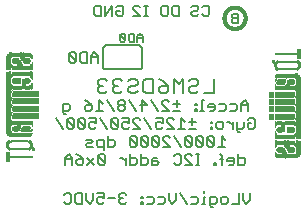
<source format=gbr>
G04 EAGLE Gerber RS-274X export*
G75*
%MOMM*%
%FSLAX34Y34*%
%LPD*%
%INSilkscreen Bottom*%
%IPPOS*%
%AMOC8*
5,1,8,0,0,1.08239X$1,22.5*%
G01*
%ADD10C,0.127000*%
%ADD11C,0.203200*%
%ADD12C,0.304800*%
%ADD13R,0.022863X0.462278*%
%ADD14R,0.022863X0.462281*%
%ADD15R,0.022863X0.436881*%
%ADD16R,0.023113X0.462278*%
%ADD17R,0.023113X0.462281*%
%ADD18R,0.023113X0.436881*%
%ADD19R,0.023116X0.462278*%
%ADD20R,0.023116X0.462281*%
%ADD21R,0.023116X0.436881*%
%ADD22R,0.023113X0.022863*%
%ADD23R,0.023116X0.091441*%
%ADD24R,0.023113X0.139700*%
%ADD25R,0.023116X0.185419*%
%ADD26R,0.023113X0.254000*%
%ADD27R,0.023113X0.299719*%
%ADD28R,0.023116X0.345438*%
%ADD29R,0.023113X0.391159*%
%ADD30R,0.023116X0.393700*%
%ADD31R,0.022863X0.325119*%
%ADD32R,0.022863X0.599438*%
%ADD33R,0.022863X0.622300*%
%ADD34R,0.022863X0.530859*%
%ADD35R,0.022863X0.439422*%
%ADD36R,0.022863X0.231138*%
%ADD37R,0.022863X0.071119*%
%ADD38R,0.022863X0.533400*%
%ADD39R,0.022863X0.208281*%
%ADD40R,0.023113X0.345441*%
%ADD41R,0.023113X0.576578*%
%ADD42R,0.023113X0.599438*%
%ADD43R,0.023113X0.508000*%
%ADD44R,0.023113X0.416563*%
%ADD45R,0.023113X0.208278*%
%ADD46R,0.023113X0.553722*%
%ADD47R,0.023113X0.208281*%
%ADD48R,0.023116X0.345441*%
%ADD49R,0.023116X0.530859*%
%ADD50R,0.023116X0.370841*%
%ADD51R,0.023116X0.162559*%
%ADD52R,0.023116X0.576581*%
%ADD53R,0.023116X0.208281*%
%ADD54R,0.023113X0.322578*%
%ADD55R,0.023113X0.485137*%
%ADD56R,0.023113X0.416559*%
%ADD57R,0.023113X0.347981*%
%ADD58R,0.023113X0.116838*%
%ADD59R,0.023113X0.647700*%
%ADD60R,0.023116X0.322581*%
%ADD61R,0.023116X0.485137*%
%ADD62R,0.023116X0.093978*%
%ADD63R,0.023116X0.231141*%
%ADD64R,0.023116X0.693419*%
%ADD65R,0.023113X0.322581*%
%ADD66R,0.023113X0.439419*%
%ADD67R,0.023113X0.370841*%
%ADD68R,0.023113X0.299722*%
%ADD69R,0.023113X0.045719*%
%ADD70R,0.023113X0.739138*%
%ADD71R,0.023113X0.414019*%
%ADD72R,0.023113X0.347978*%
%ADD73R,0.023113X0.762000*%
%ADD74R,0.023116X0.414019*%
%ADD75R,0.023116X0.182881*%
%ADD76R,0.023116X0.347978*%
%ADD77R,0.023116X0.276863*%
%ADD78R,0.023116X0.116841*%
%ADD79R,0.023116X0.276859*%
%ADD80R,0.023116X0.784863*%
%ADD81R,0.023113X0.325119*%
%ADD82R,0.023113X0.276863*%
%ADD83R,0.023113X0.276859*%
%ADD84R,0.023116X0.325119*%
%ADD85R,0.023116X0.391159*%
%ADD86R,0.023116X0.302259*%
%ADD87R,0.023116X0.254000*%
%ADD88R,0.023113X0.302259*%
%ADD89R,0.023113X0.393700*%
%ADD90R,0.023113X0.231141*%
%ADD91R,0.022863X0.302259*%
%ADD92R,0.022863X0.439419*%
%ADD93R,0.022863X0.368300*%
%ADD94R,0.022863X0.391159*%
%ADD95R,0.022863X0.416559*%
%ADD96R,0.022863X0.276863*%
%ADD97R,0.022863X0.205741*%
%ADD98R,0.023113X0.368300*%
%ADD99R,0.023113X0.205741*%
%ADD100R,0.023116X0.368300*%
%ADD101R,0.023116X0.205741*%
%ADD102R,0.023113X0.182881*%
%ADD103R,0.022863X0.276859*%
%ADD104R,0.022863X0.182881*%
%ADD105R,0.023113X0.924559*%
%ADD106R,0.023116X0.924559*%
%ADD107R,0.023113X0.901700*%
%ADD108R,0.023116X0.901700*%
%ADD109R,0.023113X0.878841*%
%ADD110R,0.023116X0.855981*%
%ADD111R,0.023113X0.833119*%
%ADD112R,0.022863X0.787400*%
%ADD113R,0.022863X0.414019*%
%ADD114R,0.022863X0.924559*%
%ADD115R,0.023113X0.739141*%
%ADD116R,0.023116X0.716281*%
%ADD117R,0.023116X0.299722*%
%ADD118R,0.023113X0.670559*%
%ADD119R,0.023116X0.647700*%
%ADD120R,0.023116X0.508000*%
%ADD121R,0.023116X0.299719*%
%ADD122R,0.023113X0.601981*%
%ADD123R,0.023113X0.530859*%
%ADD124R,0.023113X0.231138*%
%ADD125R,0.023113X0.556259*%
%ADD126R,0.023113X0.185419*%
%ADD127R,0.023116X0.533400*%
%ADD128R,0.023116X0.599438*%
%ADD129R,0.023116X0.416563*%
%ADD130R,0.023116X0.116838*%
%ADD131R,0.023113X0.485141*%
%ADD132R,0.023113X0.645159*%
%ADD133R,0.023113X0.716278*%
%ADD134R,0.022863X0.393700*%
%ADD135R,0.022863X0.762000*%
%ADD136R,0.022863X0.624841*%
%ADD137R,0.023113X0.784859*%
%ADD138R,0.023113X0.693422*%
%ADD139R,0.023116X0.830578*%
%ADD140R,0.023116X0.739141*%
%ADD141R,0.023113X0.876300*%
%ADD142R,0.023113X0.807722*%
%ADD143R,0.023116X0.899159*%
%ADD144R,0.023116X0.878841*%
%ADD145R,0.023113X0.922019*%
%ADD146R,0.023113X0.947419*%
%ADD147R,0.023116X0.970278*%
%ADD148R,0.023113X0.970278*%
%ADD149R,0.023116X0.439419*%
%ADD150R,0.022863X0.299722*%
%ADD151R,0.023116X0.416559*%
%ADD152R,0.023116X0.347981*%
%ADD153R,0.023113X0.137159*%
%ADD154R,0.023113X0.093978*%
%ADD155R,0.023113X0.091441*%
%ADD156R,0.023113X0.093981*%
%ADD157R,0.023113X0.114300*%
%ADD158R,0.023116X0.045719*%
%ADD159R,0.023116X0.045722*%
%ADD160R,0.023113X0.071119*%
%ADD161R,0.023113X0.116841*%
%ADD162R,0.023116X0.139700*%
%ADD163R,0.022863X0.322581*%
%ADD164R,0.022863X0.345441*%
%ADD165R,0.022863X0.162559*%
%ADD166R,0.022863X0.576581*%
%ADD167R,0.023113X0.668019*%
%ADD168R,0.023113X0.533400*%
%ADD169R,0.023116X1.455419*%
%ADD170R,0.023116X5.519419*%
%ADD171R,0.023113X1.455419*%
%ADD172R,0.023113X5.519419*%
%ADD173R,0.023116X5.494019*%
%ADD174R,0.023113X1.430019*%
%ADD175R,0.023113X5.494019*%
%ADD176R,0.023116X1.430019*%
%ADD177R,0.023116X5.471159*%
%ADD178R,0.023116X0.762000*%
%ADD179R,0.023113X1.407159*%
%ADD180R,0.023113X5.471159*%
%ADD181R,0.022863X1.384300*%
%ADD182R,0.022863X5.448300*%
%ADD183R,0.022863X0.716278*%
%ADD184R,0.022863X0.878841*%
%ADD185R,0.023113X1.361438*%
%ADD186R,0.023113X5.425438*%
%ADD187R,0.023116X1.338578*%
%ADD188R,0.023116X5.402578*%
%ADD189R,0.023116X0.624841*%
%ADD190R,0.023113X1.292859*%
%ADD191R,0.023113X5.356859*%
%ADD192R,0.023116X1.224278*%
%ADD193R,0.023116X5.288278*%
%ADD194C,0.152400*%


D10*
X206664Y84455D02*
X206664Y90387D01*
X203698Y93353D01*
X200732Y90387D01*
X200732Y84455D01*
X200732Y88904D02*
X206664Y88904D01*
X195826Y90387D02*
X191377Y90387D01*
X195826Y90387D02*
X197309Y88904D01*
X197309Y85938D01*
X195826Y84455D01*
X191377Y84455D01*
X186470Y90387D02*
X182022Y90387D01*
X186470Y90387D02*
X187953Y88904D01*
X187953Y85938D01*
X186470Y84455D01*
X182022Y84455D01*
X177115Y84455D02*
X174149Y84455D01*
X177115Y84455D02*
X178598Y85938D01*
X178598Y88904D01*
X177115Y90387D01*
X174149Y90387D01*
X172666Y88904D01*
X172666Y87421D01*
X178598Y87421D01*
X169243Y93353D02*
X167760Y93353D01*
X167760Y84455D01*
X169243Y84455D02*
X166277Y84455D01*
X163006Y90387D02*
X161523Y90387D01*
X161523Y88904D01*
X163006Y88904D01*
X163006Y90387D01*
X163006Y85938D02*
X161523Y85938D01*
X161523Y84455D01*
X163006Y84455D01*
X163006Y85938D01*
X148973Y84455D02*
X143042Y84455D01*
X143042Y90387D02*
X148973Y90387D01*
X146008Y93353D02*
X146008Y87421D01*
X139618Y84455D02*
X133687Y84455D01*
X139618Y84455D02*
X133687Y90387D01*
X133687Y91870D01*
X135169Y93353D01*
X138135Y93353D01*
X139618Y91870D01*
X130263Y84455D02*
X124331Y93353D01*
X116459Y93353D02*
X116459Y84455D01*
X120908Y88904D02*
X116459Y93353D01*
X114976Y88904D02*
X120908Y88904D01*
X111553Y84455D02*
X105621Y93353D01*
X102198Y91870D02*
X100715Y93353D01*
X97749Y93353D01*
X96266Y91870D01*
X96266Y90387D01*
X97749Y88904D01*
X96266Y87421D01*
X96266Y85938D01*
X97749Y84455D01*
X100715Y84455D01*
X102198Y85938D01*
X102198Y87421D01*
X100715Y88904D01*
X102198Y90387D01*
X102198Y91870D01*
X100715Y88904D02*
X97749Y88904D01*
X92842Y84455D02*
X86911Y93353D01*
X83487Y90387D02*
X80521Y93353D01*
X80521Y84455D01*
X83487Y84455D02*
X77555Y84455D01*
X71166Y91870D02*
X68200Y93353D01*
X71166Y91870D02*
X74132Y88904D01*
X74132Y85938D01*
X72649Y84455D01*
X69683Y84455D01*
X68200Y85938D01*
X68200Y87421D01*
X69683Y88904D01*
X74132Y88904D01*
X52456Y81489D02*
X50973Y81489D01*
X49490Y82972D01*
X49490Y90387D01*
X53939Y90387D01*
X55422Y88904D01*
X55422Y85938D01*
X53939Y84455D01*
X49490Y84455D01*
X206189Y76630D02*
X207672Y78113D01*
X210638Y78113D01*
X212121Y76630D01*
X212121Y70698D01*
X210638Y69215D01*
X207672Y69215D01*
X206189Y70698D01*
X206189Y73664D01*
X209155Y73664D01*
X202766Y75147D02*
X202766Y70698D01*
X201283Y69215D01*
X196834Y69215D01*
X196834Y67732D02*
X196834Y75147D01*
X196834Y67732D02*
X198317Y66249D01*
X199800Y66249D01*
X193411Y69215D02*
X193411Y75147D01*
X193411Y72181D02*
X190445Y75147D01*
X188962Y75147D01*
X184132Y69215D02*
X181166Y69215D01*
X179683Y70698D01*
X179683Y73664D01*
X181166Y75147D01*
X184132Y75147D01*
X185615Y73664D01*
X185615Y70698D01*
X184132Y69215D01*
X176259Y75147D02*
X174777Y75147D01*
X174777Y73664D01*
X176259Y73664D01*
X176259Y75147D01*
X176259Y70698D02*
X174777Y70698D01*
X174777Y69215D01*
X176259Y69215D01*
X176259Y70698D01*
X162227Y69215D02*
X156295Y69215D01*
X156295Y75147D02*
X162227Y75147D01*
X159261Y78113D02*
X159261Y72181D01*
X152871Y75147D02*
X149906Y78113D01*
X149906Y69215D01*
X152871Y69215D02*
X146940Y69215D01*
X143516Y69215D02*
X137585Y69215D01*
X143516Y69215D02*
X137585Y75147D01*
X137585Y76630D01*
X139067Y78113D01*
X142033Y78113D01*
X143516Y76630D01*
X134161Y78113D02*
X128229Y78113D01*
X134161Y78113D02*
X134161Y73664D01*
X131195Y75147D01*
X129712Y75147D01*
X128229Y73664D01*
X128229Y70698D01*
X129712Y69215D01*
X132678Y69215D01*
X134161Y70698D01*
X124806Y69215D02*
X118874Y78113D01*
X115451Y69215D02*
X109519Y69215D01*
X115451Y69215D02*
X109519Y75147D01*
X109519Y76630D01*
X111002Y78113D01*
X113968Y78113D01*
X115451Y76630D01*
X106096Y78113D02*
X100164Y78113D01*
X106096Y78113D02*
X106096Y73664D01*
X103130Y75147D01*
X101647Y75147D01*
X100164Y73664D01*
X100164Y70698D01*
X101647Y69215D01*
X104613Y69215D01*
X106096Y70698D01*
X96740Y70698D02*
X96740Y76630D01*
X95257Y78113D01*
X92292Y78113D01*
X90809Y76630D01*
X90809Y70698D01*
X92292Y69215D01*
X95257Y69215D01*
X96740Y70698D01*
X90809Y76630D01*
X87385Y69215D02*
X81453Y78113D01*
X78030Y78113D02*
X72098Y78113D01*
X78030Y78113D02*
X78030Y73664D01*
X75064Y75147D01*
X73581Y75147D01*
X72098Y73664D01*
X72098Y70698D01*
X73581Y69215D01*
X76547Y69215D01*
X78030Y70698D01*
X68675Y70698D02*
X68675Y76630D01*
X67192Y78113D01*
X64226Y78113D01*
X62743Y76630D01*
X62743Y70698D01*
X64226Y69215D01*
X67192Y69215D01*
X68675Y70698D01*
X62743Y76630D01*
X59320Y76630D02*
X59320Y70698D01*
X59320Y76630D02*
X57837Y78113D01*
X54871Y78113D01*
X53388Y76630D01*
X53388Y70698D01*
X54871Y69215D01*
X57837Y69215D01*
X59320Y70698D01*
X53388Y76630D01*
X49964Y69215D02*
X44033Y78113D01*
X184208Y62873D02*
X187174Y59907D01*
X184208Y62873D02*
X184208Y53975D01*
X187174Y53975D02*
X181242Y53975D01*
X177819Y55458D02*
X177819Y61390D01*
X176336Y62873D01*
X173370Y62873D01*
X171887Y61390D01*
X171887Y55458D01*
X173370Y53975D01*
X176336Y53975D01*
X177819Y55458D01*
X171887Y61390D01*
X168463Y61390D02*
X168463Y55458D01*
X168463Y61390D02*
X166980Y62873D01*
X164015Y62873D01*
X162532Y61390D01*
X162532Y55458D01*
X164015Y53975D01*
X166980Y53975D01*
X168463Y55458D01*
X162532Y61390D01*
X159108Y61390D02*
X159108Y55458D01*
X159108Y61390D02*
X157625Y62873D01*
X154659Y62873D01*
X153176Y61390D01*
X153176Y55458D01*
X154659Y53975D01*
X157625Y53975D01*
X159108Y55458D01*
X153176Y61390D01*
X149753Y53975D02*
X143821Y62873D01*
X140398Y53975D02*
X134466Y53975D01*
X140398Y53975D02*
X134466Y59907D01*
X134466Y61390D01*
X135949Y62873D01*
X138915Y62873D01*
X140398Y61390D01*
X131043Y61390D02*
X131043Y55458D01*
X131043Y61390D02*
X129560Y62873D01*
X126594Y62873D01*
X125111Y61390D01*
X125111Y55458D01*
X126594Y53975D01*
X129560Y53975D01*
X131043Y55458D01*
X125111Y61390D01*
X121687Y61390D02*
X121687Y55458D01*
X121687Y61390D02*
X120205Y62873D01*
X117239Y62873D01*
X115756Y61390D01*
X115756Y55458D01*
X117239Y53975D01*
X120205Y53975D01*
X121687Y55458D01*
X115756Y61390D01*
X112332Y61390D02*
X112332Y55458D01*
X112332Y61390D02*
X110849Y62873D01*
X107883Y62873D01*
X106401Y61390D01*
X106401Y55458D01*
X107883Y53975D01*
X110849Y53975D01*
X112332Y55458D01*
X106401Y61390D01*
X87690Y62873D02*
X87690Y53975D01*
X92139Y53975D01*
X93622Y55458D01*
X93622Y58424D01*
X92139Y59907D01*
X87690Y59907D01*
X84267Y59907D02*
X84267Y51009D01*
X84267Y59907D02*
X79818Y59907D01*
X78335Y58424D01*
X78335Y55458D01*
X79818Y53975D01*
X84267Y53975D01*
X74912Y53975D02*
X70463Y53975D01*
X68980Y55458D01*
X70463Y56941D01*
X73429Y56941D01*
X74912Y58424D01*
X73429Y59907D01*
X68980Y59907D01*
X198393Y47633D02*
X198393Y38735D01*
X202842Y38735D01*
X204325Y40218D01*
X204325Y43184D01*
X202842Y44667D01*
X198393Y44667D01*
X193487Y38735D02*
X190521Y38735D01*
X193487Y38735D02*
X194970Y40218D01*
X194970Y43184D01*
X193487Y44667D01*
X190521Y44667D01*
X189038Y43184D01*
X189038Y41701D01*
X194970Y41701D01*
X184132Y38735D02*
X184132Y46150D01*
X182649Y47633D01*
X182649Y43184D02*
X185615Y43184D01*
X179378Y40218D02*
X179378Y38735D01*
X179378Y40218D02*
X177895Y40218D01*
X177895Y38735D01*
X179378Y38735D01*
X165345Y38735D02*
X162379Y38735D01*
X163862Y38735D02*
X163862Y47633D01*
X165345Y47633D02*
X162379Y47633D01*
X159108Y38735D02*
X153177Y38735D01*
X159108Y38735D02*
X153177Y44667D01*
X153177Y46150D01*
X154659Y47633D01*
X157625Y47633D01*
X159108Y46150D01*
X145304Y47633D02*
X143821Y46150D01*
X145304Y47633D02*
X148270Y47633D01*
X149753Y46150D01*
X149753Y40218D01*
X148270Y38735D01*
X145304Y38735D01*
X143821Y40218D01*
X129560Y44667D02*
X126594Y44667D01*
X125111Y43184D01*
X125111Y38735D01*
X129560Y38735D01*
X131043Y40218D01*
X129560Y41701D01*
X125111Y41701D01*
X115756Y38735D02*
X115756Y47633D01*
X115756Y38735D02*
X120205Y38735D01*
X121687Y40218D01*
X121687Y43184D01*
X120205Y44667D01*
X115756Y44667D01*
X106401Y47633D02*
X106401Y38735D01*
X110849Y38735D01*
X112332Y40218D01*
X112332Y43184D01*
X110849Y44667D01*
X106401Y44667D01*
X102977Y44667D02*
X102977Y38735D01*
X102977Y41701D02*
X100011Y44667D01*
X98528Y44667D01*
X85826Y46150D02*
X85826Y40218D01*
X85826Y46150D02*
X84343Y47633D01*
X81377Y47633D01*
X79894Y46150D01*
X79894Y40218D01*
X81377Y38735D01*
X84343Y38735D01*
X85826Y40218D01*
X79894Y46150D01*
X76471Y44667D02*
X70539Y38735D01*
X76471Y38735D02*
X70539Y44667D01*
X64150Y46150D02*
X61184Y47633D01*
X64150Y46150D02*
X67116Y43184D01*
X67116Y40218D01*
X65633Y38735D01*
X62667Y38735D01*
X61184Y40218D01*
X61184Y41701D01*
X62667Y43184D01*
X67116Y43184D01*
X57760Y44667D02*
X57760Y38735D01*
X57760Y44667D02*
X54795Y47633D01*
X51829Y44667D01*
X51829Y38735D01*
X51829Y43184D02*
X57760Y43184D01*
D11*
X177438Y99441D02*
X177438Y111389D01*
X177438Y99441D02*
X169472Y99441D01*
X158600Y111389D02*
X156609Y109398D01*
X158600Y111389D02*
X162583Y111389D01*
X164574Y109398D01*
X164574Y107406D01*
X162583Y105415D01*
X158600Y105415D01*
X156609Y103424D01*
X156609Y101432D01*
X158600Y99441D01*
X162583Y99441D01*
X164574Y101432D01*
X151711Y99441D02*
X151711Y111389D01*
X147728Y107406D01*
X143745Y111389D01*
X143745Y99441D01*
X134865Y109398D02*
X130882Y111389D01*
X134865Y109398D02*
X138847Y105415D01*
X138847Y101432D01*
X136856Y99441D01*
X132873Y99441D01*
X130882Y101432D01*
X130882Y103424D01*
X132873Y105415D01*
X138847Y105415D01*
X125984Y111389D02*
X125984Y99441D01*
X120010Y99441D01*
X118019Y101432D01*
X118019Y109398D01*
X120010Y111389D01*
X125984Y111389D01*
X107147Y111389D02*
X105155Y109398D01*
X107147Y111389D02*
X111129Y111389D01*
X113121Y109398D01*
X113121Y107406D01*
X111129Y105415D01*
X107147Y105415D01*
X105155Y103424D01*
X105155Y101432D01*
X107147Y99441D01*
X111129Y99441D01*
X113121Y101432D01*
X100257Y109398D02*
X98266Y111389D01*
X94283Y111389D01*
X92292Y109398D01*
X92292Y107406D01*
X94283Y105415D01*
X96275Y105415D01*
X94283Y105415D02*
X92292Y103424D01*
X92292Y101432D01*
X94283Y99441D01*
X98266Y99441D01*
X100257Y101432D01*
X87394Y109398D02*
X85403Y111389D01*
X81420Y111389D01*
X79428Y109398D01*
X79428Y107406D01*
X81420Y105415D01*
X83411Y105415D01*
X81420Y105415D02*
X79428Y103424D01*
X79428Y101432D01*
X81420Y99441D01*
X85403Y99441D01*
X87394Y101432D01*
D10*
X207934Y14613D02*
X207934Y8681D01*
X204968Y5715D01*
X202002Y8681D01*
X202002Y14613D01*
X198579Y14613D02*
X198579Y5715D01*
X192647Y5715D01*
X187740Y5715D02*
X184775Y5715D01*
X183292Y7198D01*
X183292Y10164D01*
X184775Y11647D01*
X187740Y11647D01*
X189223Y10164D01*
X189223Y7198D01*
X187740Y5715D01*
X176902Y2749D02*
X175419Y2749D01*
X173936Y4232D01*
X173936Y11647D01*
X178385Y11647D01*
X179868Y10164D01*
X179868Y7198D01*
X178385Y5715D01*
X173936Y5715D01*
X170513Y11647D02*
X169030Y11647D01*
X169030Y5715D01*
X170513Y5715D02*
X167547Y5715D01*
X169030Y14613D02*
X169030Y16096D01*
X162793Y11647D02*
X158345Y11647D01*
X162793Y11647D02*
X164276Y10164D01*
X164276Y7198D01*
X162793Y5715D01*
X158345Y5715D01*
X154921Y5715D02*
X148989Y14613D01*
X145566Y14613D02*
X145566Y8681D01*
X142600Y5715D01*
X139634Y8681D01*
X139634Y14613D01*
X134728Y11647D02*
X130279Y11647D01*
X134728Y11647D02*
X136211Y10164D01*
X136211Y7198D01*
X134728Y5715D01*
X130279Y5715D01*
X125373Y11647D02*
X120924Y11647D01*
X125373Y11647D02*
X126855Y10164D01*
X126855Y7198D01*
X125373Y5715D01*
X120924Y5715D01*
X117500Y11647D02*
X116017Y11647D01*
X116017Y10164D01*
X117500Y10164D01*
X117500Y11647D01*
X117500Y7198D02*
X116017Y7198D01*
X116017Y5715D01*
X117500Y5715D01*
X117500Y7198D01*
X103468Y13130D02*
X101985Y14613D01*
X99019Y14613D01*
X97536Y13130D01*
X97536Y11647D01*
X99019Y10164D01*
X100502Y10164D01*
X99019Y10164D02*
X97536Y8681D01*
X97536Y7198D01*
X99019Y5715D01*
X101985Y5715D01*
X103468Y7198D01*
X94112Y10164D02*
X88181Y10164D01*
X84757Y14613D02*
X78825Y14613D01*
X84757Y14613D02*
X84757Y10164D01*
X81791Y11647D01*
X80308Y11647D01*
X78825Y10164D01*
X78825Y7198D01*
X80308Y5715D01*
X83274Y5715D01*
X84757Y7198D01*
X75402Y8681D02*
X75402Y14613D01*
X75402Y8681D02*
X72436Y5715D01*
X69470Y8681D01*
X69470Y14613D01*
X66047Y14613D02*
X66047Y5715D01*
X61598Y5715D01*
X60115Y7198D01*
X60115Y13130D01*
X61598Y14613D01*
X66047Y14613D01*
X52243Y14613D02*
X50760Y13130D01*
X52243Y14613D02*
X55209Y14613D01*
X56692Y13130D01*
X56692Y7198D01*
X55209Y5715D01*
X52243Y5715D01*
X50760Y7198D01*
X167888Y171880D02*
X169371Y173363D01*
X172337Y173363D01*
X173820Y171880D01*
X173820Y165948D01*
X172337Y164465D01*
X169371Y164465D01*
X167888Y165948D01*
X160016Y173363D02*
X158533Y171880D01*
X160016Y173363D02*
X162982Y173363D01*
X164465Y171880D01*
X164465Y170397D01*
X162982Y168914D01*
X160016Y168914D01*
X158533Y167431D01*
X158533Y165948D01*
X160016Y164465D01*
X162982Y164465D01*
X164465Y165948D01*
X148420Y164465D02*
X148420Y173363D01*
X148420Y164465D02*
X143971Y164465D01*
X142488Y165948D01*
X142488Y171880D01*
X143971Y173363D01*
X148420Y173363D01*
X137582Y173363D02*
X134616Y173363D01*
X137582Y173363D02*
X139065Y171880D01*
X139065Y165948D01*
X137582Y164465D01*
X134616Y164465D01*
X133133Y165948D01*
X133133Y171880D01*
X134616Y173363D01*
X121461Y164465D02*
X118495Y164465D01*
X119978Y164465D02*
X119978Y173363D01*
X121461Y173363D02*
X118495Y173363D01*
X115224Y164465D02*
X109292Y164465D01*
X115224Y164465D02*
X109292Y170397D01*
X109292Y171880D01*
X110775Y173363D01*
X113741Y173363D01*
X115224Y171880D01*
X96579Y173363D02*
X95096Y171880D01*
X96579Y173363D02*
X99545Y173363D01*
X101028Y171880D01*
X101028Y165948D01*
X99545Y164465D01*
X96579Y164465D01*
X95096Y165948D01*
X95096Y168914D01*
X98062Y168914D01*
X91673Y164465D02*
X91673Y173363D01*
X85741Y164465D01*
X85741Y173363D01*
X82317Y173363D02*
X82317Y164465D01*
X77869Y164465D01*
X76386Y165948D01*
X76386Y171880D01*
X77869Y173363D01*
X82317Y173363D01*
X79438Y131027D02*
X79438Y125095D01*
X79438Y131027D02*
X76472Y133993D01*
X73506Y131027D01*
X73506Y125095D01*
X73506Y129544D02*
X79438Y129544D01*
X70083Y133993D02*
X70083Y125095D01*
X65634Y125095D01*
X64151Y126578D01*
X64151Y132510D01*
X65634Y133993D01*
X70083Y133993D01*
X60727Y132510D02*
X60727Y126578D01*
X60727Y132510D02*
X59245Y133993D01*
X56279Y133993D01*
X54796Y132510D01*
X54796Y126578D01*
X56279Y125095D01*
X59245Y125095D01*
X60727Y126578D01*
X54796Y132510D01*
D12*
X186600Y162560D02*
X186603Y162780D01*
X186611Y163001D01*
X186624Y163221D01*
X186643Y163440D01*
X186668Y163659D01*
X186697Y163878D01*
X186732Y164095D01*
X186773Y164312D01*
X186818Y164528D01*
X186869Y164742D01*
X186925Y164955D01*
X186987Y165167D01*
X187053Y165377D01*
X187125Y165585D01*
X187202Y165792D01*
X187284Y165996D01*
X187370Y166199D01*
X187462Y166399D01*
X187559Y166598D01*
X187660Y166793D01*
X187767Y166986D01*
X187878Y167177D01*
X187993Y167364D01*
X188113Y167549D01*
X188238Y167731D01*
X188367Y167909D01*
X188501Y168085D01*
X188638Y168257D01*
X188780Y168425D01*
X188926Y168591D01*
X189076Y168752D01*
X189230Y168910D01*
X189388Y169064D01*
X189549Y169214D01*
X189715Y169360D01*
X189883Y169502D01*
X190055Y169639D01*
X190231Y169773D01*
X190409Y169902D01*
X190591Y170027D01*
X190776Y170147D01*
X190963Y170262D01*
X191154Y170373D01*
X191347Y170480D01*
X191542Y170581D01*
X191741Y170678D01*
X191941Y170770D01*
X192144Y170856D01*
X192348Y170938D01*
X192555Y171015D01*
X192763Y171087D01*
X192973Y171153D01*
X193185Y171215D01*
X193398Y171271D01*
X193612Y171322D01*
X193828Y171367D01*
X194045Y171408D01*
X194262Y171443D01*
X194481Y171472D01*
X194700Y171497D01*
X194919Y171516D01*
X195139Y171529D01*
X195360Y171537D01*
X195580Y171540D01*
X195800Y171537D01*
X196021Y171529D01*
X196241Y171516D01*
X196460Y171497D01*
X196679Y171472D01*
X196898Y171443D01*
X197115Y171408D01*
X197332Y171367D01*
X197548Y171322D01*
X197762Y171271D01*
X197975Y171215D01*
X198187Y171153D01*
X198397Y171087D01*
X198605Y171015D01*
X198812Y170938D01*
X199016Y170856D01*
X199219Y170770D01*
X199419Y170678D01*
X199618Y170581D01*
X199813Y170480D01*
X200006Y170373D01*
X200197Y170262D01*
X200384Y170147D01*
X200569Y170027D01*
X200751Y169902D01*
X200929Y169773D01*
X201105Y169639D01*
X201277Y169502D01*
X201445Y169360D01*
X201611Y169214D01*
X201772Y169064D01*
X201930Y168910D01*
X202084Y168752D01*
X202234Y168591D01*
X202380Y168425D01*
X202522Y168257D01*
X202659Y168085D01*
X202793Y167909D01*
X202922Y167731D01*
X203047Y167549D01*
X203167Y167364D01*
X203282Y167177D01*
X203393Y166986D01*
X203500Y166793D01*
X203601Y166598D01*
X203698Y166399D01*
X203790Y166199D01*
X203876Y165996D01*
X203958Y165792D01*
X204035Y165585D01*
X204107Y165377D01*
X204173Y165167D01*
X204235Y164955D01*
X204291Y164742D01*
X204342Y164528D01*
X204387Y164312D01*
X204428Y164095D01*
X204463Y163878D01*
X204492Y163659D01*
X204517Y163440D01*
X204536Y163221D01*
X204549Y163001D01*
X204557Y162780D01*
X204560Y162560D01*
X204557Y162340D01*
X204549Y162119D01*
X204536Y161899D01*
X204517Y161680D01*
X204492Y161461D01*
X204463Y161242D01*
X204428Y161025D01*
X204387Y160808D01*
X204342Y160592D01*
X204291Y160378D01*
X204235Y160165D01*
X204173Y159953D01*
X204107Y159743D01*
X204035Y159535D01*
X203958Y159328D01*
X203876Y159124D01*
X203790Y158921D01*
X203698Y158721D01*
X203601Y158522D01*
X203500Y158327D01*
X203393Y158134D01*
X203282Y157943D01*
X203167Y157756D01*
X203047Y157571D01*
X202922Y157389D01*
X202793Y157211D01*
X202659Y157035D01*
X202522Y156863D01*
X202380Y156695D01*
X202234Y156529D01*
X202084Y156368D01*
X201930Y156210D01*
X201772Y156056D01*
X201611Y155906D01*
X201445Y155760D01*
X201277Y155618D01*
X201105Y155481D01*
X200929Y155347D01*
X200751Y155218D01*
X200569Y155093D01*
X200384Y154973D01*
X200197Y154858D01*
X200006Y154747D01*
X199813Y154640D01*
X199618Y154539D01*
X199419Y154442D01*
X199219Y154350D01*
X199016Y154264D01*
X198812Y154182D01*
X198605Y154105D01*
X198397Y154033D01*
X198187Y153967D01*
X197975Y153905D01*
X197762Y153849D01*
X197548Y153798D01*
X197332Y153753D01*
X197115Y153712D01*
X196898Y153677D01*
X196679Y153648D01*
X196460Y153623D01*
X196241Y153604D01*
X196021Y153591D01*
X195800Y153583D01*
X195580Y153580D01*
X195360Y153583D01*
X195139Y153591D01*
X194919Y153604D01*
X194700Y153623D01*
X194481Y153648D01*
X194262Y153677D01*
X194045Y153712D01*
X193828Y153753D01*
X193612Y153798D01*
X193398Y153849D01*
X193185Y153905D01*
X192973Y153967D01*
X192763Y154033D01*
X192555Y154105D01*
X192348Y154182D01*
X192144Y154264D01*
X191941Y154350D01*
X191741Y154442D01*
X191542Y154539D01*
X191347Y154640D01*
X191154Y154747D01*
X190963Y154858D01*
X190776Y154973D01*
X190591Y155093D01*
X190409Y155218D01*
X190231Y155347D01*
X190055Y155481D01*
X189883Y155618D01*
X189715Y155760D01*
X189549Y155906D01*
X189388Y156056D01*
X189230Y156210D01*
X189076Y156368D01*
X188926Y156529D01*
X188780Y156695D01*
X188638Y156863D01*
X188501Y157035D01*
X188367Y157211D01*
X188238Y157389D01*
X188113Y157571D01*
X187993Y157756D01*
X187878Y157943D01*
X187767Y158134D01*
X187660Y158327D01*
X187559Y158522D01*
X187462Y158721D01*
X187370Y158921D01*
X187284Y159124D01*
X187202Y159328D01*
X187125Y159535D01*
X187053Y159743D01*
X186987Y159953D01*
X186925Y160165D01*
X186869Y160378D01*
X186818Y160592D01*
X186773Y160808D01*
X186732Y161025D01*
X186697Y161242D01*
X186668Y161461D01*
X186643Y161680D01*
X186624Y161899D01*
X186611Y162119D01*
X186603Y162340D01*
X186600Y162560D01*
D11*
X198120Y158496D02*
X198120Y166631D01*
X194053Y166631D01*
X192697Y165275D01*
X192697Y163919D01*
X194053Y162563D01*
X192697Y161208D01*
X192697Y159852D01*
X194053Y158496D01*
X198120Y158496D01*
X198120Y162563D02*
X194053Y162563D01*
D13*
X224790Y79197D03*
D14*
X224790Y85446D03*
X224790Y91669D03*
D15*
X224790Y98019D03*
D16*
X225020Y79197D03*
D17*
X225020Y85446D03*
X225020Y91669D03*
D18*
X225020Y98019D03*
D19*
X225251Y79197D03*
D20*
X225251Y85446D03*
X225251Y91669D03*
D21*
X225251Y98019D03*
D16*
X225482Y79197D03*
D17*
X225482Y85446D03*
X225482Y91669D03*
D18*
X225482Y98019D03*
D19*
X225713Y79197D03*
D20*
X225713Y85446D03*
X225713Y91669D03*
D21*
X225713Y98019D03*
D16*
X225944Y79197D03*
D17*
X225944Y85446D03*
X225944Y91669D03*
D18*
X225944Y98019D03*
D16*
X226176Y79197D03*
D17*
X226176Y85446D03*
X226176Y91669D03*
D18*
X226176Y98019D03*
D19*
X226407Y79197D03*
D20*
X226407Y85446D03*
X226407Y91669D03*
D21*
X226407Y98019D03*
D16*
X226638Y79197D03*
D17*
X226638Y85446D03*
X226638Y91669D03*
D18*
X226638Y98019D03*
D19*
X226869Y79197D03*
D20*
X226869Y85446D03*
X226869Y91669D03*
D21*
X226869Y98019D03*
D16*
X227100Y79197D03*
D17*
X227100Y85446D03*
X227100Y91669D03*
D18*
X227100Y98019D03*
D13*
X227330Y79197D03*
D14*
X227330Y85446D03*
X227330Y91669D03*
D15*
X227330Y98019D03*
D16*
X227560Y79197D03*
D17*
X227560Y85446D03*
X227560Y91669D03*
D18*
X227560Y98019D03*
D22*
X227560Y126429D03*
D19*
X227791Y79197D03*
D20*
X227791Y85446D03*
X227791Y91669D03*
D21*
X227791Y98019D03*
D23*
X227791Y126314D03*
D16*
X228022Y79197D03*
D17*
X228022Y85446D03*
X228022Y91669D03*
D18*
X228022Y98019D03*
D24*
X228022Y126073D03*
D19*
X228253Y79197D03*
D20*
X228253Y85446D03*
X228253Y91669D03*
D21*
X228253Y98019D03*
D25*
X228253Y126073D03*
D16*
X228484Y79197D03*
D17*
X228484Y85446D03*
X228484Y91669D03*
D18*
X228484Y98019D03*
D26*
X228484Y125959D03*
D16*
X228716Y79197D03*
D17*
X228716Y85446D03*
X228716Y91669D03*
D18*
X228716Y98019D03*
D27*
X228716Y125730D03*
D19*
X228947Y79197D03*
D20*
X228947Y85446D03*
X228947Y91669D03*
D21*
X228947Y98019D03*
D28*
X228947Y125730D03*
D29*
X229178Y125501D03*
D30*
X229409Y125032D03*
D16*
X229640Y124003D03*
D31*
X229870Y48031D03*
D32*
X229870Y55880D03*
D33*
X229870Y63614D03*
D34*
X229870Y72631D03*
D13*
X229870Y79197D03*
D14*
X229870Y85446D03*
X229870Y91669D03*
D15*
X229870Y98019D03*
D35*
X229870Y104254D03*
D36*
X229870Y109919D03*
D37*
X229870Y113030D03*
D38*
X229870Y123190D03*
D39*
X229870Y132436D03*
D40*
X230100Y47676D03*
D41*
X230100Y55994D03*
D42*
X230100Y63500D03*
D43*
X230100Y72746D03*
D16*
X230100Y79197D03*
D17*
X230100Y85446D03*
X230100Y91669D03*
D18*
X230100Y98019D03*
D44*
X230100Y104140D03*
D45*
X230100Y110033D03*
D24*
X230100Y113373D03*
D46*
X230100Y122606D03*
D47*
X230100Y132436D03*
D48*
X230331Y47219D03*
D49*
X230331Y56223D03*
X230331Y63157D03*
D19*
X230331Y72974D03*
X230331Y79197D03*
D20*
X230331Y85446D03*
X230331Y91669D03*
D21*
X230331Y98019D03*
D50*
X230331Y103911D03*
D51*
X230331Y110261D03*
D25*
X230331Y113602D03*
D52*
X230331Y122492D03*
D53*
X230331Y132436D03*
D54*
X230562Y46876D03*
D55*
X230562Y56452D03*
D43*
X230562Y63043D03*
D56*
X230562Y73203D03*
D16*
X230562Y79197D03*
D17*
X230562Y85446D03*
X230562Y91669D03*
D18*
X230562Y98019D03*
D57*
X230562Y103797D03*
D58*
X230562Y110490D03*
D45*
X230562Y113716D03*
D59*
X230562Y122619D03*
D47*
X230562Y132436D03*
D60*
X230793Y46647D03*
D19*
X230793Y56566D03*
D61*
X230793Y62929D03*
D30*
X230793Y73317D03*
D19*
X230793Y79197D03*
D20*
X230793Y85446D03*
X230793Y91669D03*
D21*
X230793Y98019D03*
D60*
X230793Y103670D03*
D62*
X230793Y110604D03*
D63*
X230793Y113830D03*
D64*
X230793Y122619D03*
D53*
X230793Y132436D03*
D65*
X231024Y46419D03*
D66*
X231024Y56680D03*
D16*
X231024Y62814D03*
D67*
X231024Y73431D03*
D16*
X231024Y79197D03*
D17*
X231024Y85446D03*
X231024Y91669D03*
D18*
X231024Y98019D03*
D68*
X231024Y103556D03*
D69*
X231024Y110846D03*
D26*
X231024Y113944D03*
D70*
X231024Y122619D03*
D47*
X231024Y132436D03*
D65*
X231256Y46190D03*
D71*
X231256Y56807D03*
D66*
X231256Y62700D03*
D72*
X231256Y73546D03*
D16*
X231256Y79197D03*
D17*
X231256Y85446D03*
X231256Y91669D03*
D18*
X231256Y98019D03*
D68*
X231256Y103556D03*
D26*
X231256Y113944D03*
D73*
X231256Y122504D03*
D47*
X231256Y132436D03*
D60*
X231487Y46190D03*
D63*
X231487Y51270D03*
D74*
X231487Y56807D03*
X231487Y62573D03*
D75*
X231487Y68351D03*
D76*
X231487Y73546D03*
D19*
X231487Y79197D03*
D20*
X231487Y85446D03*
X231487Y91669D03*
D21*
X231487Y98019D03*
D77*
X231487Y103442D03*
D78*
X231487Y108179D03*
D79*
X231487Y114059D03*
D80*
X231487Y122619D03*
D53*
X231487Y132436D03*
D81*
X231718Y45949D03*
D65*
X231718Y51270D03*
D29*
X231718Y56921D03*
D71*
X231718Y62573D03*
D81*
X231718Y68351D03*
X231718Y73660D03*
D16*
X231718Y79197D03*
D17*
X231718Y85446D03*
X231718Y91669D03*
D18*
X231718Y98019D03*
D82*
X231718Y103442D03*
D83*
X231718Y108293D03*
X231718Y114059D03*
D82*
X231718Y120079D03*
D83*
X231718Y125387D03*
D47*
X231718Y132436D03*
D84*
X231949Y45949D03*
D50*
X231949Y51257D03*
D85*
X231949Y56921D03*
D74*
X231949Y62573D03*
D50*
X231949Y68351D03*
D84*
X231949Y73660D03*
D19*
X231949Y79197D03*
D20*
X231949Y85446D03*
X231949Y91669D03*
D21*
X231949Y98019D03*
D77*
X231949Y103442D03*
D48*
X231949Y108407D03*
D86*
X231949Y114186D03*
D87*
X231949Y119736D03*
D63*
X231949Y125616D03*
D53*
X231949Y132436D03*
D81*
X232180Y45949D03*
D56*
X232180Y51257D03*
D29*
X232180Y56921D03*
X232180Y62459D03*
D56*
X232180Y68351D03*
D88*
X232180Y73774D03*
D16*
X232180Y79197D03*
D17*
X232180Y85446D03*
X232180Y91669D03*
D18*
X232180Y98019D03*
D82*
X232180Y103442D03*
D89*
X232180Y108649D03*
D88*
X232180Y114186D03*
D90*
X232180Y119621D03*
D47*
X232180Y125730D03*
X232180Y132436D03*
D91*
X232410Y45834D03*
D92*
X232410Y51143D03*
D93*
X232410Y57036D03*
D94*
X232410Y62459D03*
D95*
X232410Y68351D03*
D91*
X232410Y73774D03*
D13*
X232410Y79197D03*
D14*
X232410Y85446D03*
X232410Y91669D03*
D15*
X232410Y98019D03*
D96*
X232410Y103442D03*
D92*
X232410Y108649D03*
D91*
X232410Y114186D03*
D97*
X232410Y119494D03*
D39*
X232410Y125730D03*
X232410Y132436D03*
D88*
X232640Y45834D03*
D16*
X232640Y51257D03*
D98*
X232640Y57036D03*
D29*
X232640Y62459D03*
D17*
X232640Y68351D03*
D88*
X232640Y73774D03*
D16*
X232640Y79197D03*
D17*
X232640Y85446D03*
X232640Y91669D03*
D18*
X232640Y98019D03*
D82*
X232640Y103442D03*
D16*
X232640Y108763D03*
D88*
X232640Y114186D03*
D99*
X232640Y119494D03*
D47*
X232640Y125959D03*
X232640Y132436D03*
D86*
X232871Y45834D03*
D19*
X232871Y51257D03*
D100*
X232871Y57036D03*
D85*
X232871Y62459D03*
D20*
X232871Y68351D03*
D86*
X232871Y73774D03*
D19*
X232871Y79197D03*
D20*
X232871Y85446D03*
X232871Y91669D03*
D21*
X232871Y98019D03*
D77*
X232871Y103442D03*
D19*
X232871Y108763D03*
D86*
X232871Y114186D03*
D101*
X232871Y119494D03*
D53*
X232871Y125959D03*
X232871Y132436D03*
D88*
X233102Y45834D03*
D16*
X233102Y51257D03*
D98*
X233102Y57036D03*
X233102Y62344D03*
D17*
X233102Y68351D03*
D88*
X233102Y73774D03*
D16*
X233102Y79197D03*
D17*
X233102Y85446D03*
X233102Y91669D03*
D18*
X233102Y98019D03*
D82*
X233102Y103442D03*
D16*
X233102Y108763D03*
D88*
X233102Y114186D03*
D99*
X233102Y119494D03*
D47*
X233102Y125959D03*
X233102Y132436D03*
D86*
X233333Y45834D03*
D19*
X233333Y51257D03*
D100*
X233333Y57036D03*
X233333Y62344D03*
D20*
X233333Y68351D03*
D86*
X233333Y73774D03*
D19*
X233333Y79197D03*
D20*
X233333Y85446D03*
X233333Y91669D03*
D21*
X233333Y98019D03*
D77*
X233333Y103442D03*
D19*
X233333Y108763D03*
D86*
X233333Y114186D03*
D75*
X233333Y119380D03*
D53*
X233333Y125959D03*
X233333Y132436D03*
D88*
X233564Y45834D03*
D16*
X233564Y51257D03*
D98*
X233564Y57036D03*
X233564Y62344D03*
D17*
X233564Y68351D03*
D88*
X233564Y73774D03*
D16*
X233564Y79197D03*
D17*
X233564Y85446D03*
X233564Y91669D03*
D18*
X233564Y98019D03*
D82*
X233564Y103442D03*
D16*
X233564Y108763D03*
D88*
X233564Y114186D03*
D102*
X233564Y119380D03*
D47*
X233564Y125959D03*
X233564Y132436D03*
D88*
X233796Y45834D03*
D16*
X233796Y51257D03*
D98*
X233796Y57036D03*
X233796Y62344D03*
D17*
X233796Y68351D03*
D83*
X233796Y73901D03*
D16*
X233796Y79197D03*
D17*
X233796Y85446D03*
X233796Y91669D03*
D18*
X233796Y98019D03*
D82*
X233796Y103442D03*
D16*
X233796Y108763D03*
D88*
X233796Y114186D03*
D102*
X233796Y119380D03*
D47*
X233796Y125959D03*
X233796Y132436D03*
D86*
X234027Y45834D03*
D19*
X234027Y51257D03*
D100*
X234027Y57036D03*
X234027Y62344D03*
D20*
X234027Y68351D03*
D79*
X234027Y73901D03*
D19*
X234027Y79197D03*
D20*
X234027Y85446D03*
X234027Y91669D03*
D21*
X234027Y98019D03*
D77*
X234027Y103442D03*
D19*
X234027Y108763D03*
D86*
X234027Y114186D03*
D75*
X234027Y119380D03*
D53*
X234027Y125959D03*
X234027Y132436D03*
D88*
X234258Y45834D03*
D16*
X234258Y51257D03*
D98*
X234258Y57036D03*
X234258Y62344D03*
D17*
X234258Y68351D03*
D83*
X234258Y73901D03*
D16*
X234258Y79197D03*
D17*
X234258Y85446D03*
X234258Y91669D03*
D18*
X234258Y98019D03*
D82*
X234258Y103442D03*
D16*
X234258Y108763D03*
D88*
X234258Y114186D03*
D102*
X234258Y119380D03*
D47*
X234258Y125959D03*
X234258Y132436D03*
D86*
X234489Y45834D03*
D19*
X234489Y51257D03*
D100*
X234489Y57036D03*
X234489Y62344D03*
D20*
X234489Y68351D03*
D79*
X234489Y73901D03*
D19*
X234489Y79197D03*
D20*
X234489Y85446D03*
X234489Y91669D03*
D21*
X234489Y98019D03*
D77*
X234489Y103442D03*
D19*
X234489Y108763D03*
D86*
X234489Y114186D03*
D75*
X234489Y119380D03*
D53*
X234489Y125959D03*
X234489Y132436D03*
D88*
X234720Y45834D03*
D16*
X234720Y51257D03*
D98*
X234720Y57036D03*
X234720Y62344D03*
D17*
X234720Y68351D03*
D83*
X234720Y73901D03*
D16*
X234720Y79197D03*
D17*
X234720Y85446D03*
X234720Y91669D03*
D18*
X234720Y98019D03*
D82*
X234720Y103442D03*
D16*
X234720Y108763D03*
D88*
X234720Y114186D03*
D102*
X234720Y119380D03*
D47*
X234720Y125959D03*
X234720Y132436D03*
D91*
X234950Y45834D03*
D13*
X234950Y51257D03*
D93*
X234950Y57036D03*
X234950Y62344D03*
D14*
X234950Y68351D03*
D103*
X234950Y73901D03*
D13*
X234950Y79197D03*
D14*
X234950Y85446D03*
X234950Y91669D03*
D15*
X234950Y98019D03*
D96*
X234950Y103442D03*
D13*
X234950Y108763D03*
D91*
X234950Y114186D03*
D104*
X234950Y119380D03*
D39*
X234950Y125959D03*
X234950Y132436D03*
D88*
X235180Y45834D03*
D16*
X235180Y51257D03*
D98*
X235180Y57036D03*
X235180Y62344D03*
D17*
X235180Y68351D03*
D83*
X235180Y73901D03*
D16*
X235180Y79197D03*
D17*
X235180Y85446D03*
X235180Y91669D03*
D18*
X235180Y98019D03*
D82*
X235180Y103442D03*
D16*
X235180Y108763D03*
D88*
X235180Y114186D03*
D102*
X235180Y119380D03*
D47*
X235180Y125959D03*
X235180Y132436D03*
D86*
X235411Y45834D03*
D19*
X235411Y51257D03*
D100*
X235411Y57036D03*
X235411Y62344D03*
D20*
X235411Y68351D03*
D79*
X235411Y73901D03*
D19*
X235411Y79197D03*
D20*
X235411Y85446D03*
X235411Y91669D03*
D21*
X235411Y98019D03*
D77*
X235411Y103442D03*
D19*
X235411Y108763D03*
D86*
X235411Y114186D03*
D75*
X235411Y119380D03*
D53*
X235411Y125959D03*
X235411Y132436D03*
D88*
X235642Y45834D03*
D16*
X235642Y51257D03*
D98*
X235642Y57036D03*
X235642Y62344D03*
D105*
X235642Y70663D03*
D16*
X235642Y79197D03*
D17*
X235642Y85446D03*
X235642Y91669D03*
D18*
X235642Y98019D03*
D82*
X235642Y103442D03*
D16*
X235642Y108763D03*
D88*
X235642Y114186D03*
D102*
X235642Y119380D03*
D47*
X235642Y125959D03*
X235642Y132436D03*
D86*
X235873Y45834D03*
D19*
X235873Y51257D03*
D100*
X235873Y57036D03*
X235873Y62344D03*
D106*
X235873Y70663D03*
D19*
X235873Y79197D03*
D20*
X235873Y85446D03*
X235873Y91669D03*
D21*
X235873Y98019D03*
D77*
X235873Y103442D03*
D19*
X235873Y108763D03*
D86*
X235873Y114186D03*
D75*
X235873Y119380D03*
D53*
X235873Y125959D03*
X235873Y132436D03*
D88*
X236104Y45834D03*
D66*
X236104Y51143D03*
D98*
X236104Y57036D03*
X236104Y62344D03*
D105*
X236104Y70663D03*
D16*
X236104Y79197D03*
D17*
X236104Y85446D03*
X236104Y91669D03*
D18*
X236104Y98019D03*
D82*
X236104Y103442D03*
D16*
X236104Y108763D03*
D88*
X236104Y114186D03*
D102*
X236104Y119380D03*
D47*
X236104Y125959D03*
X236104Y132436D03*
D107*
X236336Y48832D03*
D98*
X236336Y57036D03*
X236336Y62344D03*
D105*
X236336Y70663D03*
D16*
X236336Y79197D03*
D17*
X236336Y85446D03*
X236336Y91669D03*
D18*
X236336Y98019D03*
D82*
X236336Y103442D03*
D16*
X236336Y108763D03*
D88*
X236336Y114186D03*
D102*
X236336Y119380D03*
D47*
X236336Y125959D03*
X236336Y132436D03*
D108*
X236567Y48832D03*
D100*
X236567Y57036D03*
X236567Y62344D03*
D106*
X236567Y70663D03*
D19*
X236567Y79197D03*
D20*
X236567Y85446D03*
X236567Y91669D03*
D21*
X236567Y98019D03*
D77*
X236567Y103442D03*
D19*
X236567Y108763D03*
D86*
X236567Y114186D03*
D75*
X236567Y119380D03*
D53*
X236567Y125959D03*
X236567Y132436D03*
D109*
X236798Y48717D03*
D29*
X236798Y56921D03*
D98*
X236798Y62344D03*
D105*
X236798Y70663D03*
D16*
X236798Y79197D03*
D17*
X236798Y85446D03*
X236798Y91669D03*
D18*
X236798Y98019D03*
D82*
X236798Y103442D03*
D16*
X236798Y108763D03*
D88*
X236798Y114186D03*
D102*
X236798Y119380D03*
D47*
X236798Y125959D03*
X236798Y132436D03*
D110*
X237029Y48603D03*
D85*
X237029Y56921D03*
D100*
X237029Y62344D03*
D106*
X237029Y70663D03*
D19*
X237029Y79197D03*
D20*
X237029Y85446D03*
X237029Y91669D03*
D21*
X237029Y98019D03*
D77*
X237029Y103442D03*
D19*
X237029Y108763D03*
D86*
X237029Y114186D03*
D75*
X237029Y119380D03*
D53*
X237029Y125959D03*
X237029Y132436D03*
D111*
X237260Y48489D03*
D71*
X237260Y56807D03*
D98*
X237260Y62344D03*
D105*
X237260Y70663D03*
D16*
X237260Y79197D03*
D17*
X237260Y85446D03*
X237260Y91669D03*
D18*
X237260Y98019D03*
D82*
X237260Y103442D03*
D66*
X237260Y108877D03*
D88*
X237260Y114186D03*
D102*
X237260Y119380D03*
D47*
X237260Y125959D03*
X237260Y132436D03*
D112*
X237490Y48260D03*
D113*
X237490Y56807D03*
D93*
X237490Y62344D03*
D114*
X237490Y70663D03*
D13*
X237490Y79197D03*
D14*
X237490Y85446D03*
X237490Y91669D03*
D15*
X237490Y98019D03*
D96*
X237490Y103442D03*
D92*
X237490Y108877D03*
D91*
X237490Y114186D03*
D104*
X237490Y119380D03*
D39*
X237490Y125959D03*
X237490Y132436D03*
D115*
X237720Y48019D03*
D66*
X237720Y56680D03*
D98*
X237720Y62344D03*
D105*
X237720Y70663D03*
D16*
X237720Y79197D03*
D17*
X237720Y85446D03*
X237720Y91669D03*
D18*
X237720Y98019D03*
D68*
X237720Y103556D03*
D56*
X237720Y108991D03*
D88*
X237720Y114186D03*
D102*
X237720Y119380D03*
D47*
X237720Y125959D03*
X237720Y132436D03*
D116*
X237951Y47904D03*
D19*
X237951Y56566D03*
D100*
X237951Y62344D03*
D106*
X237951Y70663D03*
D19*
X237951Y79197D03*
D20*
X237951Y85446D03*
X237951Y91669D03*
D21*
X237951Y98019D03*
D117*
X237951Y103556D03*
D30*
X237951Y109106D03*
D86*
X237951Y114186D03*
D75*
X237951Y119380D03*
D53*
X237951Y125959D03*
X237951Y132436D03*
D118*
X238182Y47676D03*
D55*
X238182Y56452D03*
D98*
X238182Y62344D03*
D105*
X238182Y70663D03*
D16*
X238182Y79197D03*
D17*
X238182Y85446D03*
X238182Y91669D03*
D18*
X238182Y98019D03*
D65*
X238182Y103670D03*
D72*
X238182Y109334D03*
D88*
X238182Y114186D03*
D102*
X238182Y119380D03*
D47*
X238182Y125959D03*
X238182Y132436D03*
D119*
X238413Y47562D03*
D120*
X238413Y56337D03*
D100*
X238413Y62344D03*
D79*
X238413Y73901D03*
D19*
X238413Y79197D03*
D20*
X238413Y85446D03*
X238413Y91669D03*
D21*
X238413Y98019D03*
D60*
X238413Y103670D03*
D121*
X238413Y109576D03*
D86*
X238413Y114186D03*
D75*
X238413Y119380D03*
D53*
X238413Y125959D03*
X238413Y132436D03*
D122*
X238644Y47333D03*
D123*
X238644Y56223D03*
D98*
X238644Y62344D03*
D83*
X238644Y73901D03*
D16*
X238644Y79197D03*
D17*
X238644Y85446D03*
X238644Y91669D03*
D18*
X238644Y98019D03*
D57*
X238644Y103797D03*
D124*
X238644Y109919D03*
D88*
X238644Y114186D03*
D102*
X238644Y119380D03*
D47*
X238644Y125959D03*
X238644Y132436D03*
D125*
X238876Y47104D03*
D41*
X238876Y55994D03*
D98*
X238876Y62344D03*
D83*
X238876Y73901D03*
D16*
X238876Y79197D03*
D17*
X238876Y85446D03*
X238876Y91669D03*
D18*
X238876Y98019D03*
D67*
X238876Y103911D03*
D126*
X238876Y110147D03*
D88*
X238876Y114186D03*
D102*
X238876Y119380D03*
D47*
X238876Y125959D03*
X238876Y132436D03*
D127*
X239107Y46990D03*
D128*
X239107Y55880D03*
D100*
X239107Y62344D03*
D79*
X239107Y73901D03*
D19*
X239107Y79197D03*
D20*
X239107Y85446D03*
X239107Y91669D03*
D21*
X239107Y98019D03*
D129*
X239107Y104140D03*
D130*
X239107Y110490D03*
D86*
X239107Y114186D03*
D75*
X239107Y119380D03*
D53*
X239107Y125959D03*
X239107Y132436D03*
D131*
X239338Y46749D03*
D132*
X239338Y55651D03*
D98*
X239338Y62344D03*
D83*
X239338Y73901D03*
D16*
X239338Y79197D03*
D17*
X239338Y85446D03*
X239338Y91669D03*
D18*
X239338Y98019D03*
D17*
X239338Y104369D03*
D69*
X239338Y110846D03*
D88*
X239338Y114186D03*
D102*
X239338Y119380D03*
D47*
X239338Y125959D03*
X239338Y132436D03*
D20*
X239569Y46634D03*
D64*
X239569Y55410D03*
D100*
X239569Y62344D03*
D79*
X239569Y73901D03*
D19*
X239569Y79197D03*
D20*
X239569Y85446D03*
X239569Y91669D03*
D21*
X239569Y98019D03*
D120*
X239569Y104597D03*
D86*
X239569Y114186D03*
D75*
X239569Y119380D03*
D53*
X239569Y125959D03*
X239569Y132436D03*
D56*
X239800Y46406D03*
D133*
X239800Y55296D03*
D98*
X239800Y62344D03*
D83*
X239800Y73901D03*
D16*
X239800Y79197D03*
D17*
X239800Y85446D03*
X239800Y91669D03*
D18*
X239800Y98019D03*
D46*
X239800Y104826D03*
D88*
X239800Y114186D03*
D102*
X239800Y119380D03*
D47*
X239800Y125959D03*
X239800Y132436D03*
D134*
X240030Y46292D03*
D135*
X240030Y55067D03*
D93*
X240030Y62344D03*
D14*
X240030Y68351D03*
D103*
X240030Y73901D03*
D13*
X240030Y79197D03*
D14*
X240030Y85446D03*
X240030Y91669D03*
D15*
X240030Y98019D03*
D136*
X240030Y105181D03*
D91*
X240030Y114186D03*
D104*
X240030Y119380D03*
D39*
X240030Y125959D03*
X240030Y132436D03*
D67*
X240260Y46177D03*
D137*
X240260Y54953D03*
D98*
X240260Y62344D03*
D17*
X240260Y68351D03*
D83*
X240260Y73901D03*
D16*
X240260Y79197D03*
D17*
X240260Y85446D03*
X240260Y91669D03*
D18*
X240260Y98019D03*
D138*
X240260Y105524D03*
D88*
X240260Y114186D03*
D102*
X240260Y119380D03*
D47*
X240260Y125959D03*
X240260Y132436D03*
D50*
X240491Y46177D03*
D139*
X240491Y54724D03*
D100*
X240491Y62344D03*
D20*
X240491Y68351D03*
D79*
X240491Y73901D03*
D19*
X240491Y79197D03*
D20*
X240491Y85446D03*
X240491Y91669D03*
D21*
X240491Y98019D03*
D140*
X240491Y105753D03*
D86*
X240491Y114186D03*
D75*
X240491Y119380D03*
D53*
X240491Y125959D03*
X240491Y132436D03*
D57*
X240722Y46063D03*
D141*
X240722Y54496D03*
D98*
X240722Y62344D03*
D17*
X240722Y68351D03*
D83*
X240722Y73901D03*
D16*
X240722Y79197D03*
D17*
X240722Y85446D03*
X240722Y91669D03*
D18*
X240722Y98019D03*
D142*
X240722Y106096D03*
D88*
X240722Y114186D03*
D102*
X240722Y119380D03*
D47*
X240722Y125959D03*
X240722Y132436D03*
D84*
X240953Y45949D03*
D143*
X240953Y54381D03*
D100*
X240953Y62344D03*
D20*
X240953Y68351D03*
D79*
X240953Y73901D03*
D19*
X240953Y79197D03*
D20*
X240953Y85446D03*
X240953Y91669D03*
D21*
X240953Y98019D03*
D144*
X240953Y106451D03*
D86*
X240953Y114186D03*
D75*
X240953Y119380D03*
D53*
X240953Y125959D03*
X240953Y132436D03*
D81*
X241184Y45949D03*
D145*
X241184Y54267D03*
D98*
X241184Y62344D03*
D17*
X241184Y68351D03*
D83*
X241184Y73901D03*
D16*
X241184Y79197D03*
D17*
X241184Y85446D03*
X241184Y91669D03*
D18*
X241184Y98019D03*
D107*
X241184Y106566D03*
D88*
X241184Y114186D03*
D102*
X241184Y119380D03*
D47*
X241184Y125959D03*
X241184Y132436D03*
D81*
X241416Y45949D03*
D146*
X241416Y54140D03*
D98*
X241416Y62344D03*
D17*
X241416Y68351D03*
D83*
X241416Y73901D03*
D16*
X241416Y79197D03*
D17*
X241416Y85446D03*
X241416Y91669D03*
D18*
X241416Y98019D03*
D107*
X241416Y106566D03*
D88*
X241416Y114186D03*
D102*
X241416Y119380D03*
D47*
X241416Y125959D03*
X241416Y132436D03*
D86*
X241647Y45834D03*
D147*
X241647Y54026D03*
D100*
X241647Y62344D03*
D20*
X241647Y68351D03*
D79*
X241647Y73901D03*
D19*
X241647Y79197D03*
D20*
X241647Y85446D03*
X241647Y91669D03*
D21*
X241647Y98019D03*
D108*
X241647Y106566D03*
D86*
X241647Y114186D03*
D75*
X241647Y119380D03*
D53*
X241647Y125959D03*
X241647Y132436D03*
D88*
X241878Y45834D03*
D148*
X241878Y54026D03*
D98*
X241878Y62344D03*
D17*
X241878Y68351D03*
D83*
X241878Y73901D03*
D16*
X241878Y79197D03*
D17*
X241878Y85446D03*
X241878Y91669D03*
D18*
X241878Y98019D03*
D107*
X241878Y106566D03*
D88*
X241878Y114186D03*
D102*
X241878Y119380D03*
D47*
X241878Y125959D03*
X241878Y132436D03*
D86*
X242109Y45834D03*
D19*
X242109Y51257D03*
D100*
X242109Y57036D03*
X242109Y62344D03*
D20*
X242109Y68351D03*
D79*
X242109Y73901D03*
D19*
X242109Y79197D03*
D20*
X242109Y85446D03*
X242109Y91669D03*
D21*
X242109Y98019D03*
D108*
X242109Y106566D03*
D86*
X242109Y114186D03*
D75*
X242109Y119380D03*
D53*
X242109Y125959D03*
X242109Y132436D03*
D88*
X242340Y45834D03*
D16*
X242340Y51257D03*
D98*
X242340Y57036D03*
X242340Y62344D03*
D17*
X242340Y68351D03*
D83*
X242340Y73901D03*
D16*
X242340Y79197D03*
D17*
X242340Y85446D03*
X242340Y91669D03*
D18*
X242340Y98019D03*
D82*
X242340Y103442D03*
D66*
X242340Y108877D03*
D88*
X242340Y114186D03*
D102*
X242340Y119380D03*
D47*
X242340Y125959D03*
X242340Y132436D03*
D91*
X242570Y45834D03*
D13*
X242570Y51257D03*
D93*
X242570Y57036D03*
X242570Y62344D03*
D14*
X242570Y68351D03*
D103*
X242570Y73901D03*
D13*
X242570Y79197D03*
D14*
X242570Y85446D03*
X242570Y91669D03*
D15*
X242570Y98019D03*
D96*
X242570Y103442D03*
D92*
X242570Y108877D03*
D91*
X242570Y114186D03*
D104*
X242570Y119380D03*
D39*
X242570Y125959D03*
X242570Y132436D03*
D88*
X242800Y45834D03*
D16*
X242800Y51257D03*
D98*
X242800Y57036D03*
X242800Y62344D03*
D17*
X242800Y68351D03*
D83*
X242800Y73901D03*
D16*
X242800Y79197D03*
D17*
X242800Y85446D03*
X242800Y91669D03*
D18*
X242800Y98019D03*
D82*
X242800Y103442D03*
D66*
X242800Y108877D03*
D88*
X242800Y114186D03*
D102*
X242800Y119380D03*
D47*
X242800Y125959D03*
X242800Y132436D03*
D86*
X243031Y45834D03*
D19*
X243031Y51257D03*
D100*
X243031Y57036D03*
X243031Y62344D03*
D20*
X243031Y68351D03*
D79*
X243031Y73901D03*
D19*
X243031Y79197D03*
D20*
X243031Y85446D03*
X243031Y91669D03*
D21*
X243031Y98019D03*
D77*
X243031Y103442D03*
D149*
X243031Y108877D03*
D86*
X243031Y114186D03*
D75*
X243031Y119380D03*
D53*
X243031Y125959D03*
X243031Y132436D03*
D88*
X243262Y45834D03*
D16*
X243262Y51257D03*
D98*
X243262Y57036D03*
X243262Y62344D03*
D17*
X243262Y68351D03*
D83*
X243262Y73901D03*
D16*
X243262Y79197D03*
D17*
X243262Y85446D03*
X243262Y91669D03*
D18*
X243262Y98019D03*
D82*
X243262Y103442D03*
D66*
X243262Y108877D03*
D88*
X243262Y114186D03*
D102*
X243262Y119380D03*
D47*
X243262Y125959D03*
X243262Y132436D03*
D86*
X243493Y45834D03*
D19*
X243493Y51257D03*
D100*
X243493Y57036D03*
X243493Y62344D03*
D20*
X243493Y68351D03*
D79*
X243493Y73901D03*
D19*
X243493Y79197D03*
D20*
X243493Y85446D03*
X243493Y91669D03*
D21*
X243493Y98019D03*
D77*
X243493Y103442D03*
D149*
X243493Y108877D03*
D86*
X243493Y114186D03*
D75*
X243493Y119380D03*
D53*
X243493Y125959D03*
X243493Y132436D03*
D88*
X243724Y45834D03*
D16*
X243724Y51257D03*
D98*
X243724Y57036D03*
X243724Y62344D03*
D17*
X243724Y68351D03*
D83*
X243724Y73901D03*
D16*
X243724Y79197D03*
D17*
X243724Y85446D03*
X243724Y91669D03*
D18*
X243724Y98019D03*
D82*
X243724Y103442D03*
D66*
X243724Y108877D03*
D88*
X243724Y114186D03*
D102*
X243724Y119380D03*
D47*
X243724Y125959D03*
X243724Y132436D03*
D88*
X243956Y45834D03*
D16*
X243956Y51257D03*
D98*
X243956Y57036D03*
X243956Y62344D03*
D17*
X243956Y68351D03*
D83*
X243956Y73901D03*
D16*
X243956Y79197D03*
D17*
X243956Y85446D03*
X243956Y91669D03*
D18*
X243956Y98019D03*
D82*
X243956Y103442D03*
D66*
X243956Y108877D03*
D88*
X243956Y114186D03*
D102*
X243956Y119380D03*
D47*
X243956Y125959D03*
X243956Y132436D03*
D86*
X244187Y45834D03*
D19*
X244187Y51257D03*
D100*
X244187Y57036D03*
X244187Y62344D03*
D20*
X244187Y68351D03*
D79*
X244187Y73901D03*
D19*
X244187Y79197D03*
D20*
X244187Y85446D03*
X244187Y91669D03*
D21*
X244187Y98019D03*
D77*
X244187Y103442D03*
D149*
X244187Y108877D03*
D86*
X244187Y114186D03*
D75*
X244187Y119380D03*
D53*
X244187Y125959D03*
X244187Y132436D03*
D88*
X244418Y45834D03*
D16*
X244418Y51257D03*
D98*
X244418Y57036D03*
X244418Y62344D03*
D17*
X244418Y68351D03*
D88*
X244418Y73774D03*
D16*
X244418Y79197D03*
D17*
X244418Y85446D03*
X244418Y91669D03*
D18*
X244418Y98019D03*
D82*
X244418Y103442D03*
D66*
X244418Y108877D03*
D88*
X244418Y114186D03*
D102*
X244418Y119380D03*
D47*
X244418Y125959D03*
X244418Y132436D03*
D86*
X244649Y45834D03*
D19*
X244649Y51257D03*
D100*
X244649Y57036D03*
X244649Y62344D03*
D20*
X244649Y68351D03*
D86*
X244649Y73774D03*
D19*
X244649Y79197D03*
D20*
X244649Y85446D03*
X244649Y91669D03*
D21*
X244649Y98019D03*
D77*
X244649Y103442D03*
D149*
X244649Y108877D03*
D86*
X244649Y114186D03*
D75*
X244649Y119380D03*
D53*
X244649Y125959D03*
X244649Y132436D03*
D88*
X244880Y45834D03*
D16*
X244880Y51257D03*
D98*
X244880Y57036D03*
X244880Y62344D03*
D17*
X244880Y68351D03*
D88*
X244880Y73774D03*
D16*
X244880Y79197D03*
D17*
X244880Y85446D03*
X244880Y91669D03*
D18*
X244880Y98019D03*
D68*
X244880Y103556D03*
D66*
X244880Y108877D03*
D88*
X244880Y114186D03*
D102*
X244880Y119380D03*
D47*
X244880Y125959D03*
X244880Y132436D03*
D91*
X245110Y45834D03*
D13*
X245110Y51257D03*
D93*
X245110Y57036D03*
D94*
X245110Y62459D03*
D14*
X245110Y68351D03*
D91*
X245110Y73774D03*
D13*
X245110Y79197D03*
D14*
X245110Y85446D03*
X245110Y91669D03*
D15*
X245110Y98019D03*
D150*
X245110Y103556D03*
D92*
X245110Y108877D03*
D91*
X245110Y114186D03*
D104*
X245110Y119380D03*
D39*
X245110Y125959D03*
X245110Y132436D03*
D88*
X245340Y45834D03*
D66*
X245340Y51143D03*
D98*
X245340Y57036D03*
D29*
X245340Y62459D03*
D66*
X245340Y68237D03*
D88*
X245340Y73774D03*
D16*
X245340Y79197D03*
D17*
X245340Y85446D03*
X245340Y91669D03*
D18*
X245340Y98019D03*
D68*
X245340Y103556D03*
D56*
X245340Y108763D03*
D88*
X245340Y114186D03*
D102*
X245340Y119380D03*
D47*
X245340Y125959D03*
X245340Y132436D03*
D86*
X245571Y45834D03*
D151*
X245571Y51257D03*
D85*
X245571Y56921D03*
X245571Y62459D03*
D151*
X245571Y68351D03*
D86*
X245571Y73774D03*
D149*
X245571Y79312D03*
X245571Y85560D03*
X245571Y91783D03*
D74*
X245571Y98133D03*
D117*
X245571Y103556D03*
D151*
X245571Y108763D03*
D84*
X245571Y114071D03*
D75*
X245571Y119380D03*
D53*
X245571Y125959D03*
X245571Y132436D03*
D81*
X245802Y45949D03*
D56*
X245802Y51257D03*
D29*
X245802Y56921D03*
X245802Y62459D03*
D56*
X245802Y68351D03*
D88*
X245802Y73774D03*
D98*
X245802Y79439D03*
X245802Y85662D03*
D67*
X245802Y91897D03*
D29*
X245802Y98247D03*
D65*
X245802Y103442D03*
D67*
X245802Y108763D03*
D81*
X245802Y114071D03*
D102*
X245802Y119380D03*
D47*
X245802Y125959D03*
X245802Y132436D03*
D84*
X246033Y45949D03*
D50*
X246033Y51257D03*
D85*
X246033Y56921D03*
D74*
X246033Y62573D03*
D50*
X246033Y68351D03*
D84*
X246033Y73660D03*
D60*
X246033Y79667D03*
D48*
X246033Y85776D03*
D60*
X246033Y92139D03*
X246033Y98362D03*
D48*
X246033Y103556D03*
D152*
X246033Y108877D03*
D84*
X246033Y114071D03*
D75*
X246033Y119380D03*
D53*
X246033Y125959D03*
X246033Y132436D03*
D81*
X246264Y45949D03*
D65*
X246264Y51270D03*
D71*
X246264Y56807D03*
X246264Y62573D03*
D83*
X246264Y68339D03*
D81*
X246264Y73660D03*
D90*
X246264Y79667D03*
X246264Y85890D03*
D26*
X246264Y92253D03*
X246264Y98476D03*
D40*
X246264Y103556D03*
D83*
X246264Y108750D03*
D57*
X246264Y113957D03*
D102*
X246264Y119380D03*
D47*
X246264Y125959D03*
X246264Y132436D03*
D57*
X246496Y46063D03*
D126*
X246496Y51270D03*
D99*
X246496Y55766D03*
D90*
X246496Y63741D03*
D153*
X246496Y68351D03*
D72*
X246496Y73546D03*
D154*
X246496Y79896D03*
D155*
X246496Y85903D03*
D156*
X246496Y92367D03*
D155*
X246496Y98603D03*
D67*
X246496Y103683D03*
D157*
X246496Y108877D03*
D57*
X246496Y113957D03*
D102*
X246496Y119380D03*
D47*
X246496Y125959D03*
X246496Y132436D03*
D50*
X246727Y46177D03*
D63*
X246727Y55639D03*
X246727Y63741D03*
D76*
X246727Y73546D03*
D158*
X246727Y77114D03*
D159*
X246727Y83134D03*
X246727Y89357D03*
D158*
X246727Y95606D03*
D30*
X246727Y103569D03*
D50*
X246727Y113843D03*
D75*
X246727Y119380D03*
D53*
X246727Y125959D03*
X246727Y132436D03*
D67*
X246958Y46177D03*
D90*
X246958Y55639D03*
D26*
X246958Y63856D03*
D67*
X246958Y73431D03*
D160*
X246958Y77241D03*
D155*
X246958Y83134D03*
X246958Y89357D03*
D161*
X246958Y95707D03*
D56*
X246958Y103683D03*
D67*
X246958Y113843D03*
D102*
X246958Y119380D03*
D47*
X246958Y125959D03*
X246958Y132436D03*
D30*
X247189Y46292D03*
D87*
X247189Y55524D03*
D79*
X247189Y63970D03*
D30*
X247189Y73317D03*
D62*
X247189Y77356D03*
D51*
X247189Y83236D03*
D162*
X247189Y89599D03*
X247189Y95822D03*
D19*
X247189Y103683D03*
D30*
X247189Y113729D03*
D75*
X247189Y119380D03*
D53*
X247189Y125959D03*
X247189Y132436D03*
D56*
X247420Y46406D03*
D83*
X247420Y55410D03*
D68*
X247420Y64084D03*
D56*
X247420Y73203D03*
D24*
X247420Y77584D03*
D45*
X247420Y83236D03*
D126*
X247420Y89599D03*
X247420Y95822D03*
D43*
X247420Y103683D03*
D66*
X247420Y113500D03*
D102*
X247420Y119380D03*
D47*
X247420Y125959D03*
X247420Y132436D03*
D14*
X247650Y46634D03*
D163*
X247650Y55182D03*
D164*
X247650Y64313D03*
D13*
X247650Y72974D03*
D165*
X247650Y77699D03*
D103*
X247650Y83350D03*
D96*
X247650Y89599D03*
X247650Y95822D03*
D166*
X247650Y103797D03*
D14*
X247650Y113386D03*
D97*
X247650Y119494D03*
D39*
X247650Y125959D03*
X247650Y132436D03*
D43*
X247880Y46863D03*
D98*
X247880Y54953D03*
D29*
X247880Y64541D03*
D123*
X247880Y72631D03*
D124*
X247880Y78042D03*
D67*
X247880Y83363D03*
D98*
X247880Y89599D03*
D89*
X247880Y95949D03*
D167*
X247880Y103797D03*
D168*
X247880Y113030D03*
D99*
X247880Y119494D03*
D47*
X247880Y125959D03*
X247880Y132436D03*
D169*
X248111Y51600D03*
D170*
X248111Y88100D03*
D101*
X248111Y119494D03*
D53*
X248111Y125959D03*
X248111Y132436D03*
D171*
X248342Y51600D03*
D172*
X248342Y88100D03*
D99*
X248342Y119494D03*
D47*
X248342Y125959D03*
X248342Y132436D03*
D169*
X248573Y51600D03*
D170*
X248573Y88100D03*
D101*
X248573Y119494D03*
D63*
X248573Y125844D03*
D53*
X248573Y132436D03*
D171*
X248804Y51600D03*
D172*
X248804Y88100D03*
D90*
X248804Y119621D03*
X248804Y125844D03*
D47*
X248804Y132436D03*
D171*
X249036Y51600D03*
D172*
X249036Y88100D03*
D26*
X249036Y119736D03*
D90*
X249036Y125616D03*
D47*
X249036Y132436D03*
D169*
X249267Y51600D03*
D173*
X249267Y87973D03*
D77*
X249267Y120079D03*
D79*
X249267Y125387D03*
D144*
X249267Y132537D03*
D174*
X249498Y51727D03*
D175*
X249498Y87973D03*
D142*
X249498Y122733D03*
D109*
X249498Y132537D03*
D176*
X249729Y51727D03*
D177*
X249729Y87859D03*
D178*
X249729Y122733D03*
D144*
X249729Y132537D03*
D179*
X249960Y51841D03*
D180*
X249960Y87859D03*
D73*
X249960Y122733D03*
D109*
X249960Y132537D03*
D181*
X250190Y51956D03*
D182*
X250190Y87744D03*
D183*
X250190Y122733D03*
D184*
X250190Y132537D03*
D185*
X250420Y52070D03*
D186*
X250420Y87630D03*
D118*
X250420Y122733D03*
D109*
X250420Y132537D03*
D187*
X250651Y52184D03*
D188*
X250651Y87516D03*
D189*
X250651Y122733D03*
D144*
X250651Y132537D03*
D190*
X250882Y52413D03*
D191*
X250882Y87287D03*
D46*
X250882Y122606D03*
D109*
X250882Y132537D03*
D192*
X251113Y52756D03*
D193*
X251113Y86944D03*
D149*
X251113Y122720D03*
D144*
X251113Y132537D03*
D13*
X29210Y98603D03*
D14*
X29210Y92354D03*
X29210Y86131D03*
D15*
X29210Y79781D03*
D16*
X28980Y98603D03*
D17*
X28980Y92354D03*
X28980Y86131D03*
D18*
X28980Y79781D03*
D19*
X28749Y98603D03*
D20*
X28749Y92354D03*
X28749Y86131D03*
D21*
X28749Y79781D03*
D16*
X28518Y98603D03*
D17*
X28518Y92354D03*
X28518Y86131D03*
D18*
X28518Y79781D03*
D19*
X28287Y98603D03*
D20*
X28287Y92354D03*
X28287Y86131D03*
D21*
X28287Y79781D03*
D16*
X28056Y98603D03*
D17*
X28056Y92354D03*
X28056Y86131D03*
D18*
X28056Y79781D03*
D16*
X27824Y98603D03*
D17*
X27824Y92354D03*
X27824Y86131D03*
D18*
X27824Y79781D03*
D19*
X27593Y98603D03*
D20*
X27593Y92354D03*
X27593Y86131D03*
D21*
X27593Y79781D03*
D16*
X27362Y98603D03*
D17*
X27362Y92354D03*
X27362Y86131D03*
D18*
X27362Y79781D03*
D19*
X27131Y98603D03*
D20*
X27131Y92354D03*
X27131Y86131D03*
D21*
X27131Y79781D03*
D16*
X26900Y98603D03*
D17*
X26900Y92354D03*
X26900Y86131D03*
D18*
X26900Y79781D03*
D13*
X26670Y98603D03*
D14*
X26670Y92354D03*
X26670Y86131D03*
D15*
X26670Y79781D03*
D16*
X26440Y98603D03*
D17*
X26440Y92354D03*
X26440Y86131D03*
D18*
X26440Y79781D03*
D22*
X26440Y51372D03*
D19*
X26209Y98603D03*
D20*
X26209Y92354D03*
X26209Y86131D03*
D21*
X26209Y79781D03*
D23*
X26209Y51486D03*
D16*
X25978Y98603D03*
D17*
X25978Y92354D03*
X25978Y86131D03*
D18*
X25978Y79781D03*
D24*
X25978Y51727D03*
D19*
X25747Y98603D03*
D20*
X25747Y92354D03*
X25747Y86131D03*
D21*
X25747Y79781D03*
D25*
X25747Y51727D03*
D16*
X25516Y98603D03*
D17*
X25516Y92354D03*
X25516Y86131D03*
D18*
X25516Y79781D03*
D26*
X25516Y51841D03*
D16*
X25284Y98603D03*
D17*
X25284Y92354D03*
X25284Y86131D03*
D18*
X25284Y79781D03*
D27*
X25284Y52070D03*
D19*
X25053Y98603D03*
D20*
X25053Y92354D03*
X25053Y86131D03*
D21*
X25053Y79781D03*
D28*
X25053Y52070D03*
D29*
X24822Y52299D03*
D30*
X24591Y52769D03*
D16*
X24360Y53797D03*
D31*
X24130Y129769D03*
D32*
X24130Y121920D03*
D33*
X24130Y114186D03*
D34*
X24130Y105169D03*
D13*
X24130Y98603D03*
D14*
X24130Y92354D03*
X24130Y86131D03*
D15*
X24130Y79781D03*
D35*
X24130Y73546D03*
D36*
X24130Y67882D03*
D37*
X24130Y64770D03*
D38*
X24130Y54610D03*
D39*
X24130Y45364D03*
D40*
X23900Y130124D03*
D41*
X23900Y121806D03*
D42*
X23900Y114300D03*
D43*
X23900Y105054D03*
D16*
X23900Y98603D03*
D17*
X23900Y92354D03*
X23900Y86131D03*
D18*
X23900Y79781D03*
D44*
X23900Y73660D03*
D45*
X23900Y67767D03*
D24*
X23900Y64427D03*
D46*
X23900Y55194D03*
D47*
X23900Y45364D03*
D48*
X23669Y130581D03*
D49*
X23669Y121577D03*
X23669Y114643D03*
D19*
X23669Y104826D03*
X23669Y98603D03*
D20*
X23669Y92354D03*
X23669Y86131D03*
D21*
X23669Y79781D03*
D50*
X23669Y73889D03*
D51*
X23669Y67539D03*
D25*
X23669Y64199D03*
D52*
X23669Y55309D03*
D53*
X23669Y45364D03*
D54*
X23438Y130924D03*
D55*
X23438Y121349D03*
D43*
X23438Y114757D03*
D56*
X23438Y104597D03*
D16*
X23438Y98603D03*
D17*
X23438Y92354D03*
X23438Y86131D03*
D18*
X23438Y79781D03*
D57*
X23438Y74003D03*
D58*
X23438Y67310D03*
D45*
X23438Y64084D03*
D59*
X23438Y55182D03*
D47*
X23438Y45364D03*
D60*
X23207Y131153D03*
D19*
X23207Y121234D03*
D61*
X23207Y114872D03*
D30*
X23207Y104483D03*
D19*
X23207Y98603D03*
D20*
X23207Y92354D03*
X23207Y86131D03*
D21*
X23207Y79781D03*
D60*
X23207Y74130D03*
D62*
X23207Y67196D03*
D63*
X23207Y63970D03*
D64*
X23207Y55182D03*
D53*
X23207Y45364D03*
D65*
X22976Y131382D03*
D66*
X22976Y121120D03*
D16*
X22976Y114986D03*
D67*
X22976Y104369D03*
D16*
X22976Y98603D03*
D17*
X22976Y92354D03*
X22976Y86131D03*
D18*
X22976Y79781D03*
D68*
X22976Y74244D03*
D69*
X22976Y66954D03*
D26*
X22976Y63856D03*
D70*
X22976Y55182D03*
D47*
X22976Y45364D03*
D65*
X22744Y131610D03*
D71*
X22744Y120993D03*
D66*
X22744Y115100D03*
D72*
X22744Y104254D03*
D16*
X22744Y98603D03*
D17*
X22744Y92354D03*
X22744Y86131D03*
D18*
X22744Y79781D03*
D68*
X22744Y74244D03*
D26*
X22744Y63856D03*
D73*
X22744Y55296D03*
D47*
X22744Y45364D03*
D60*
X22513Y131610D03*
D63*
X22513Y126530D03*
D74*
X22513Y120993D03*
X22513Y115227D03*
D75*
X22513Y109449D03*
D76*
X22513Y104254D03*
D19*
X22513Y98603D03*
D20*
X22513Y92354D03*
X22513Y86131D03*
D21*
X22513Y79781D03*
D77*
X22513Y74359D03*
D78*
X22513Y69621D03*
D79*
X22513Y63741D03*
D80*
X22513Y55182D03*
D53*
X22513Y45364D03*
D81*
X22282Y131851D03*
D65*
X22282Y126530D03*
D29*
X22282Y120879D03*
D71*
X22282Y115227D03*
D81*
X22282Y109449D03*
X22282Y104140D03*
D16*
X22282Y98603D03*
D17*
X22282Y92354D03*
X22282Y86131D03*
D18*
X22282Y79781D03*
D82*
X22282Y74359D03*
D83*
X22282Y69507D03*
X22282Y63741D03*
D82*
X22282Y57722D03*
D83*
X22282Y52413D03*
D47*
X22282Y45364D03*
D84*
X22051Y131851D03*
D50*
X22051Y126543D03*
D85*
X22051Y120879D03*
D74*
X22051Y115227D03*
D50*
X22051Y109449D03*
D84*
X22051Y104140D03*
D19*
X22051Y98603D03*
D20*
X22051Y92354D03*
X22051Y86131D03*
D21*
X22051Y79781D03*
D77*
X22051Y74359D03*
D48*
X22051Y69393D03*
D86*
X22051Y63614D03*
D87*
X22051Y58064D03*
D63*
X22051Y52184D03*
D53*
X22051Y45364D03*
D81*
X21820Y131851D03*
D56*
X21820Y126543D03*
D29*
X21820Y120879D03*
X21820Y115341D03*
D56*
X21820Y109449D03*
D88*
X21820Y104026D03*
D16*
X21820Y98603D03*
D17*
X21820Y92354D03*
X21820Y86131D03*
D18*
X21820Y79781D03*
D82*
X21820Y74359D03*
D89*
X21820Y69152D03*
D88*
X21820Y63614D03*
D90*
X21820Y58179D03*
D47*
X21820Y52070D03*
X21820Y45364D03*
D91*
X21590Y131966D03*
D92*
X21590Y126657D03*
D93*
X21590Y120764D03*
D94*
X21590Y115341D03*
D95*
X21590Y109449D03*
D91*
X21590Y104026D03*
D13*
X21590Y98603D03*
D14*
X21590Y92354D03*
X21590Y86131D03*
D15*
X21590Y79781D03*
D96*
X21590Y74359D03*
D92*
X21590Y69152D03*
D91*
X21590Y63614D03*
D97*
X21590Y58306D03*
D39*
X21590Y52070D03*
X21590Y45364D03*
D88*
X21360Y131966D03*
D16*
X21360Y126543D03*
D98*
X21360Y120764D03*
D29*
X21360Y115341D03*
D17*
X21360Y109449D03*
D88*
X21360Y104026D03*
D16*
X21360Y98603D03*
D17*
X21360Y92354D03*
X21360Y86131D03*
D18*
X21360Y79781D03*
D82*
X21360Y74359D03*
D16*
X21360Y69037D03*
D88*
X21360Y63614D03*
D99*
X21360Y58306D03*
D47*
X21360Y51841D03*
X21360Y45364D03*
D86*
X21129Y131966D03*
D19*
X21129Y126543D03*
D100*
X21129Y120764D03*
D85*
X21129Y115341D03*
D20*
X21129Y109449D03*
D86*
X21129Y104026D03*
D19*
X21129Y98603D03*
D20*
X21129Y92354D03*
X21129Y86131D03*
D21*
X21129Y79781D03*
D77*
X21129Y74359D03*
D19*
X21129Y69037D03*
D86*
X21129Y63614D03*
D101*
X21129Y58306D03*
D53*
X21129Y51841D03*
X21129Y45364D03*
D88*
X20898Y131966D03*
D16*
X20898Y126543D03*
D98*
X20898Y120764D03*
X20898Y115456D03*
D17*
X20898Y109449D03*
D88*
X20898Y104026D03*
D16*
X20898Y98603D03*
D17*
X20898Y92354D03*
X20898Y86131D03*
D18*
X20898Y79781D03*
D82*
X20898Y74359D03*
D16*
X20898Y69037D03*
D88*
X20898Y63614D03*
D99*
X20898Y58306D03*
D47*
X20898Y51841D03*
X20898Y45364D03*
D86*
X20667Y131966D03*
D19*
X20667Y126543D03*
D100*
X20667Y120764D03*
X20667Y115456D03*
D20*
X20667Y109449D03*
D86*
X20667Y104026D03*
D19*
X20667Y98603D03*
D20*
X20667Y92354D03*
X20667Y86131D03*
D21*
X20667Y79781D03*
D77*
X20667Y74359D03*
D19*
X20667Y69037D03*
D86*
X20667Y63614D03*
D75*
X20667Y58420D03*
D53*
X20667Y51841D03*
X20667Y45364D03*
D88*
X20436Y131966D03*
D16*
X20436Y126543D03*
D98*
X20436Y120764D03*
X20436Y115456D03*
D17*
X20436Y109449D03*
D88*
X20436Y104026D03*
D16*
X20436Y98603D03*
D17*
X20436Y92354D03*
X20436Y86131D03*
D18*
X20436Y79781D03*
D82*
X20436Y74359D03*
D16*
X20436Y69037D03*
D88*
X20436Y63614D03*
D102*
X20436Y58420D03*
D47*
X20436Y51841D03*
X20436Y45364D03*
D88*
X20204Y131966D03*
D16*
X20204Y126543D03*
D98*
X20204Y120764D03*
X20204Y115456D03*
D17*
X20204Y109449D03*
D83*
X20204Y103899D03*
D16*
X20204Y98603D03*
D17*
X20204Y92354D03*
X20204Y86131D03*
D18*
X20204Y79781D03*
D82*
X20204Y74359D03*
D16*
X20204Y69037D03*
D88*
X20204Y63614D03*
D102*
X20204Y58420D03*
D47*
X20204Y51841D03*
X20204Y45364D03*
D86*
X19973Y131966D03*
D19*
X19973Y126543D03*
D100*
X19973Y120764D03*
X19973Y115456D03*
D20*
X19973Y109449D03*
D79*
X19973Y103899D03*
D19*
X19973Y98603D03*
D20*
X19973Y92354D03*
X19973Y86131D03*
D21*
X19973Y79781D03*
D77*
X19973Y74359D03*
D19*
X19973Y69037D03*
D86*
X19973Y63614D03*
D75*
X19973Y58420D03*
D53*
X19973Y51841D03*
X19973Y45364D03*
D88*
X19742Y131966D03*
D16*
X19742Y126543D03*
D98*
X19742Y120764D03*
X19742Y115456D03*
D17*
X19742Y109449D03*
D83*
X19742Y103899D03*
D16*
X19742Y98603D03*
D17*
X19742Y92354D03*
X19742Y86131D03*
D18*
X19742Y79781D03*
D82*
X19742Y74359D03*
D16*
X19742Y69037D03*
D88*
X19742Y63614D03*
D102*
X19742Y58420D03*
D47*
X19742Y51841D03*
X19742Y45364D03*
D86*
X19511Y131966D03*
D19*
X19511Y126543D03*
D100*
X19511Y120764D03*
X19511Y115456D03*
D20*
X19511Y109449D03*
D79*
X19511Y103899D03*
D19*
X19511Y98603D03*
D20*
X19511Y92354D03*
X19511Y86131D03*
D21*
X19511Y79781D03*
D77*
X19511Y74359D03*
D19*
X19511Y69037D03*
D86*
X19511Y63614D03*
D75*
X19511Y58420D03*
D53*
X19511Y51841D03*
X19511Y45364D03*
D88*
X19280Y131966D03*
D16*
X19280Y126543D03*
D98*
X19280Y120764D03*
X19280Y115456D03*
D17*
X19280Y109449D03*
D83*
X19280Y103899D03*
D16*
X19280Y98603D03*
D17*
X19280Y92354D03*
X19280Y86131D03*
D18*
X19280Y79781D03*
D82*
X19280Y74359D03*
D16*
X19280Y69037D03*
D88*
X19280Y63614D03*
D102*
X19280Y58420D03*
D47*
X19280Y51841D03*
X19280Y45364D03*
D91*
X19050Y131966D03*
D13*
X19050Y126543D03*
D93*
X19050Y120764D03*
X19050Y115456D03*
D14*
X19050Y109449D03*
D103*
X19050Y103899D03*
D13*
X19050Y98603D03*
D14*
X19050Y92354D03*
X19050Y86131D03*
D15*
X19050Y79781D03*
D96*
X19050Y74359D03*
D13*
X19050Y69037D03*
D91*
X19050Y63614D03*
D104*
X19050Y58420D03*
D39*
X19050Y51841D03*
X19050Y45364D03*
D88*
X18820Y131966D03*
D16*
X18820Y126543D03*
D98*
X18820Y120764D03*
X18820Y115456D03*
D17*
X18820Y109449D03*
D83*
X18820Y103899D03*
D16*
X18820Y98603D03*
D17*
X18820Y92354D03*
X18820Y86131D03*
D18*
X18820Y79781D03*
D82*
X18820Y74359D03*
D16*
X18820Y69037D03*
D88*
X18820Y63614D03*
D102*
X18820Y58420D03*
D47*
X18820Y51841D03*
X18820Y45364D03*
D86*
X18589Y131966D03*
D19*
X18589Y126543D03*
D100*
X18589Y120764D03*
X18589Y115456D03*
D20*
X18589Y109449D03*
D79*
X18589Y103899D03*
D19*
X18589Y98603D03*
D20*
X18589Y92354D03*
X18589Y86131D03*
D21*
X18589Y79781D03*
D77*
X18589Y74359D03*
D19*
X18589Y69037D03*
D86*
X18589Y63614D03*
D75*
X18589Y58420D03*
D53*
X18589Y51841D03*
X18589Y45364D03*
D88*
X18358Y131966D03*
D16*
X18358Y126543D03*
D98*
X18358Y120764D03*
X18358Y115456D03*
D105*
X18358Y107137D03*
D16*
X18358Y98603D03*
D17*
X18358Y92354D03*
X18358Y86131D03*
D18*
X18358Y79781D03*
D82*
X18358Y74359D03*
D16*
X18358Y69037D03*
D88*
X18358Y63614D03*
D102*
X18358Y58420D03*
D47*
X18358Y51841D03*
X18358Y45364D03*
D86*
X18127Y131966D03*
D19*
X18127Y126543D03*
D100*
X18127Y120764D03*
X18127Y115456D03*
D106*
X18127Y107137D03*
D19*
X18127Y98603D03*
D20*
X18127Y92354D03*
X18127Y86131D03*
D21*
X18127Y79781D03*
D77*
X18127Y74359D03*
D19*
X18127Y69037D03*
D86*
X18127Y63614D03*
D75*
X18127Y58420D03*
D53*
X18127Y51841D03*
X18127Y45364D03*
D88*
X17896Y131966D03*
D66*
X17896Y126657D03*
D98*
X17896Y120764D03*
X17896Y115456D03*
D105*
X17896Y107137D03*
D16*
X17896Y98603D03*
D17*
X17896Y92354D03*
X17896Y86131D03*
D18*
X17896Y79781D03*
D82*
X17896Y74359D03*
D16*
X17896Y69037D03*
D88*
X17896Y63614D03*
D102*
X17896Y58420D03*
D47*
X17896Y51841D03*
X17896Y45364D03*
D107*
X17664Y128969D03*
D98*
X17664Y120764D03*
X17664Y115456D03*
D105*
X17664Y107137D03*
D16*
X17664Y98603D03*
D17*
X17664Y92354D03*
X17664Y86131D03*
D18*
X17664Y79781D03*
D82*
X17664Y74359D03*
D16*
X17664Y69037D03*
D88*
X17664Y63614D03*
D102*
X17664Y58420D03*
D47*
X17664Y51841D03*
X17664Y45364D03*
D108*
X17433Y128969D03*
D100*
X17433Y120764D03*
X17433Y115456D03*
D106*
X17433Y107137D03*
D19*
X17433Y98603D03*
D20*
X17433Y92354D03*
X17433Y86131D03*
D21*
X17433Y79781D03*
D77*
X17433Y74359D03*
D19*
X17433Y69037D03*
D86*
X17433Y63614D03*
D75*
X17433Y58420D03*
D53*
X17433Y51841D03*
X17433Y45364D03*
D109*
X17202Y129083D03*
D29*
X17202Y120879D03*
D98*
X17202Y115456D03*
D105*
X17202Y107137D03*
D16*
X17202Y98603D03*
D17*
X17202Y92354D03*
X17202Y86131D03*
D18*
X17202Y79781D03*
D82*
X17202Y74359D03*
D16*
X17202Y69037D03*
D88*
X17202Y63614D03*
D102*
X17202Y58420D03*
D47*
X17202Y51841D03*
X17202Y45364D03*
D110*
X16971Y129197D03*
D85*
X16971Y120879D03*
D100*
X16971Y115456D03*
D106*
X16971Y107137D03*
D19*
X16971Y98603D03*
D20*
X16971Y92354D03*
X16971Y86131D03*
D21*
X16971Y79781D03*
D77*
X16971Y74359D03*
D19*
X16971Y69037D03*
D86*
X16971Y63614D03*
D75*
X16971Y58420D03*
D53*
X16971Y51841D03*
X16971Y45364D03*
D111*
X16740Y129311D03*
D71*
X16740Y120993D03*
D98*
X16740Y115456D03*
D105*
X16740Y107137D03*
D16*
X16740Y98603D03*
D17*
X16740Y92354D03*
X16740Y86131D03*
D18*
X16740Y79781D03*
D82*
X16740Y74359D03*
D66*
X16740Y68923D03*
D88*
X16740Y63614D03*
D102*
X16740Y58420D03*
D47*
X16740Y51841D03*
X16740Y45364D03*
D112*
X16510Y129540D03*
D113*
X16510Y120993D03*
D93*
X16510Y115456D03*
D114*
X16510Y107137D03*
D13*
X16510Y98603D03*
D14*
X16510Y92354D03*
X16510Y86131D03*
D15*
X16510Y79781D03*
D96*
X16510Y74359D03*
D92*
X16510Y68923D03*
D91*
X16510Y63614D03*
D104*
X16510Y58420D03*
D39*
X16510Y51841D03*
X16510Y45364D03*
D115*
X16280Y129781D03*
D66*
X16280Y121120D03*
D98*
X16280Y115456D03*
D105*
X16280Y107137D03*
D16*
X16280Y98603D03*
D17*
X16280Y92354D03*
X16280Y86131D03*
D18*
X16280Y79781D03*
D68*
X16280Y74244D03*
D56*
X16280Y68809D03*
D88*
X16280Y63614D03*
D102*
X16280Y58420D03*
D47*
X16280Y51841D03*
X16280Y45364D03*
D116*
X16049Y129896D03*
D19*
X16049Y121234D03*
D100*
X16049Y115456D03*
D106*
X16049Y107137D03*
D19*
X16049Y98603D03*
D20*
X16049Y92354D03*
X16049Y86131D03*
D21*
X16049Y79781D03*
D117*
X16049Y74244D03*
D30*
X16049Y68694D03*
D86*
X16049Y63614D03*
D75*
X16049Y58420D03*
D53*
X16049Y51841D03*
X16049Y45364D03*
D118*
X15818Y130124D03*
D55*
X15818Y121349D03*
D98*
X15818Y115456D03*
D105*
X15818Y107137D03*
D16*
X15818Y98603D03*
D17*
X15818Y92354D03*
X15818Y86131D03*
D18*
X15818Y79781D03*
D65*
X15818Y74130D03*
D72*
X15818Y68466D03*
D88*
X15818Y63614D03*
D102*
X15818Y58420D03*
D47*
X15818Y51841D03*
X15818Y45364D03*
D119*
X15587Y130239D03*
D120*
X15587Y121463D03*
D100*
X15587Y115456D03*
D79*
X15587Y103899D03*
D19*
X15587Y98603D03*
D20*
X15587Y92354D03*
X15587Y86131D03*
D21*
X15587Y79781D03*
D60*
X15587Y74130D03*
D121*
X15587Y68224D03*
D86*
X15587Y63614D03*
D75*
X15587Y58420D03*
D53*
X15587Y51841D03*
X15587Y45364D03*
D122*
X15356Y130467D03*
D123*
X15356Y121577D03*
D98*
X15356Y115456D03*
D83*
X15356Y103899D03*
D16*
X15356Y98603D03*
D17*
X15356Y92354D03*
X15356Y86131D03*
D18*
X15356Y79781D03*
D57*
X15356Y74003D03*
D124*
X15356Y67882D03*
D88*
X15356Y63614D03*
D102*
X15356Y58420D03*
D47*
X15356Y51841D03*
X15356Y45364D03*
D125*
X15124Y130696D03*
D41*
X15124Y121806D03*
D98*
X15124Y115456D03*
D83*
X15124Y103899D03*
D16*
X15124Y98603D03*
D17*
X15124Y92354D03*
X15124Y86131D03*
D18*
X15124Y79781D03*
D67*
X15124Y73889D03*
D126*
X15124Y67653D03*
D88*
X15124Y63614D03*
D102*
X15124Y58420D03*
D47*
X15124Y51841D03*
X15124Y45364D03*
D127*
X14893Y130810D03*
D128*
X14893Y121920D03*
D100*
X14893Y115456D03*
D79*
X14893Y103899D03*
D19*
X14893Y98603D03*
D20*
X14893Y92354D03*
X14893Y86131D03*
D21*
X14893Y79781D03*
D129*
X14893Y73660D03*
D130*
X14893Y67310D03*
D86*
X14893Y63614D03*
D75*
X14893Y58420D03*
D53*
X14893Y51841D03*
X14893Y45364D03*
D131*
X14662Y131051D03*
D132*
X14662Y122149D03*
D98*
X14662Y115456D03*
D83*
X14662Y103899D03*
D16*
X14662Y98603D03*
D17*
X14662Y92354D03*
X14662Y86131D03*
D18*
X14662Y79781D03*
D17*
X14662Y73431D03*
D69*
X14662Y66954D03*
D88*
X14662Y63614D03*
D102*
X14662Y58420D03*
D47*
X14662Y51841D03*
X14662Y45364D03*
D20*
X14431Y131166D03*
D64*
X14431Y122390D03*
D100*
X14431Y115456D03*
D79*
X14431Y103899D03*
D19*
X14431Y98603D03*
D20*
X14431Y92354D03*
X14431Y86131D03*
D21*
X14431Y79781D03*
D120*
X14431Y73203D03*
D86*
X14431Y63614D03*
D75*
X14431Y58420D03*
D53*
X14431Y51841D03*
X14431Y45364D03*
D56*
X14200Y131394D03*
D133*
X14200Y122504D03*
D98*
X14200Y115456D03*
D83*
X14200Y103899D03*
D16*
X14200Y98603D03*
D17*
X14200Y92354D03*
X14200Y86131D03*
D18*
X14200Y79781D03*
D46*
X14200Y72974D03*
D88*
X14200Y63614D03*
D102*
X14200Y58420D03*
D47*
X14200Y51841D03*
X14200Y45364D03*
D134*
X13970Y131509D03*
D135*
X13970Y122733D03*
D93*
X13970Y115456D03*
D14*
X13970Y109449D03*
D103*
X13970Y103899D03*
D13*
X13970Y98603D03*
D14*
X13970Y92354D03*
X13970Y86131D03*
D15*
X13970Y79781D03*
D136*
X13970Y72619D03*
D91*
X13970Y63614D03*
D104*
X13970Y58420D03*
D39*
X13970Y51841D03*
X13970Y45364D03*
D67*
X13740Y131623D03*
D137*
X13740Y122847D03*
D98*
X13740Y115456D03*
D17*
X13740Y109449D03*
D83*
X13740Y103899D03*
D16*
X13740Y98603D03*
D17*
X13740Y92354D03*
X13740Y86131D03*
D18*
X13740Y79781D03*
D138*
X13740Y72276D03*
D88*
X13740Y63614D03*
D102*
X13740Y58420D03*
D47*
X13740Y51841D03*
X13740Y45364D03*
D50*
X13509Y131623D03*
D139*
X13509Y123076D03*
D100*
X13509Y115456D03*
D20*
X13509Y109449D03*
D79*
X13509Y103899D03*
D19*
X13509Y98603D03*
D20*
X13509Y92354D03*
X13509Y86131D03*
D21*
X13509Y79781D03*
D140*
X13509Y72047D03*
D86*
X13509Y63614D03*
D75*
X13509Y58420D03*
D53*
X13509Y51841D03*
X13509Y45364D03*
D57*
X13278Y131737D03*
D141*
X13278Y123304D03*
D98*
X13278Y115456D03*
D17*
X13278Y109449D03*
D83*
X13278Y103899D03*
D16*
X13278Y98603D03*
D17*
X13278Y92354D03*
X13278Y86131D03*
D18*
X13278Y79781D03*
D142*
X13278Y71704D03*
D88*
X13278Y63614D03*
D102*
X13278Y58420D03*
D47*
X13278Y51841D03*
X13278Y45364D03*
D84*
X13047Y131851D03*
D143*
X13047Y123419D03*
D100*
X13047Y115456D03*
D20*
X13047Y109449D03*
D79*
X13047Y103899D03*
D19*
X13047Y98603D03*
D20*
X13047Y92354D03*
X13047Y86131D03*
D21*
X13047Y79781D03*
D144*
X13047Y71349D03*
D86*
X13047Y63614D03*
D75*
X13047Y58420D03*
D53*
X13047Y51841D03*
X13047Y45364D03*
D81*
X12816Y131851D03*
D145*
X12816Y123533D03*
D98*
X12816Y115456D03*
D17*
X12816Y109449D03*
D83*
X12816Y103899D03*
D16*
X12816Y98603D03*
D17*
X12816Y92354D03*
X12816Y86131D03*
D18*
X12816Y79781D03*
D107*
X12816Y71234D03*
D88*
X12816Y63614D03*
D102*
X12816Y58420D03*
D47*
X12816Y51841D03*
X12816Y45364D03*
D81*
X12584Y131851D03*
D146*
X12584Y123660D03*
D98*
X12584Y115456D03*
D17*
X12584Y109449D03*
D83*
X12584Y103899D03*
D16*
X12584Y98603D03*
D17*
X12584Y92354D03*
X12584Y86131D03*
D18*
X12584Y79781D03*
D107*
X12584Y71234D03*
D88*
X12584Y63614D03*
D102*
X12584Y58420D03*
D47*
X12584Y51841D03*
X12584Y45364D03*
D86*
X12353Y131966D03*
D147*
X12353Y123774D03*
D100*
X12353Y115456D03*
D20*
X12353Y109449D03*
D79*
X12353Y103899D03*
D19*
X12353Y98603D03*
D20*
X12353Y92354D03*
X12353Y86131D03*
D21*
X12353Y79781D03*
D108*
X12353Y71234D03*
D86*
X12353Y63614D03*
D75*
X12353Y58420D03*
D53*
X12353Y51841D03*
X12353Y45364D03*
D88*
X12122Y131966D03*
D148*
X12122Y123774D03*
D98*
X12122Y115456D03*
D17*
X12122Y109449D03*
D83*
X12122Y103899D03*
D16*
X12122Y98603D03*
D17*
X12122Y92354D03*
X12122Y86131D03*
D18*
X12122Y79781D03*
D107*
X12122Y71234D03*
D88*
X12122Y63614D03*
D102*
X12122Y58420D03*
D47*
X12122Y51841D03*
X12122Y45364D03*
D86*
X11891Y131966D03*
D19*
X11891Y126543D03*
D100*
X11891Y120764D03*
X11891Y115456D03*
D20*
X11891Y109449D03*
D79*
X11891Y103899D03*
D19*
X11891Y98603D03*
D20*
X11891Y92354D03*
X11891Y86131D03*
D21*
X11891Y79781D03*
D108*
X11891Y71234D03*
D86*
X11891Y63614D03*
D75*
X11891Y58420D03*
D53*
X11891Y51841D03*
X11891Y45364D03*
D88*
X11660Y131966D03*
D16*
X11660Y126543D03*
D98*
X11660Y120764D03*
X11660Y115456D03*
D17*
X11660Y109449D03*
D83*
X11660Y103899D03*
D16*
X11660Y98603D03*
D17*
X11660Y92354D03*
X11660Y86131D03*
D18*
X11660Y79781D03*
D82*
X11660Y74359D03*
D66*
X11660Y68923D03*
D88*
X11660Y63614D03*
D102*
X11660Y58420D03*
D47*
X11660Y51841D03*
X11660Y45364D03*
D91*
X11430Y131966D03*
D13*
X11430Y126543D03*
D93*
X11430Y120764D03*
X11430Y115456D03*
D14*
X11430Y109449D03*
D103*
X11430Y103899D03*
D13*
X11430Y98603D03*
D14*
X11430Y92354D03*
X11430Y86131D03*
D15*
X11430Y79781D03*
D96*
X11430Y74359D03*
D92*
X11430Y68923D03*
D91*
X11430Y63614D03*
D104*
X11430Y58420D03*
D39*
X11430Y51841D03*
X11430Y45364D03*
D88*
X11200Y131966D03*
D16*
X11200Y126543D03*
D98*
X11200Y120764D03*
X11200Y115456D03*
D17*
X11200Y109449D03*
D83*
X11200Y103899D03*
D16*
X11200Y98603D03*
D17*
X11200Y92354D03*
X11200Y86131D03*
D18*
X11200Y79781D03*
D82*
X11200Y74359D03*
D66*
X11200Y68923D03*
D88*
X11200Y63614D03*
D102*
X11200Y58420D03*
D47*
X11200Y51841D03*
X11200Y45364D03*
D86*
X10969Y131966D03*
D19*
X10969Y126543D03*
D100*
X10969Y120764D03*
X10969Y115456D03*
D20*
X10969Y109449D03*
D79*
X10969Y103899D03*
D19*
X10969Y98603D03*
D20*
X10969Y92354D03*
X10969Y86131D03*
D21*
X10969Y79781D03*
D77*
X10969Y74359D03*
D149*
X10969Y68923D03*
D86*
X10969Y63614D03*
D75*
X10969Y58420D03*
D53*
X10969Y51841D03*
X10969Y45364D03*
D88*
X10738Y131966D03*
D16*
X10738Y126543D03*
D98*
X10738Y120764D03*
X10738Y115456D03*
D17*
X10738Y109449D03*
D83*
X10738Y103899D03*
D16*
X10738Y98603D03*
D17*
X10738Y92354D03*
X10738Y86131D03*
D18*
X10738Y79781D03*
D82*
X10738Y74359D03*
D66*
X10738Y68923D03*
D88*
X10738Y63614D03*
D102*
X10738Y58420D03*
D47*
X10738Y51841D03*
X10738Y45364D03*
D86*
X10507Y131966D03*
D19*
X10507Y126543D03*
D100*
X10507Y120764D03*
X10507Y115456D03*
D20*
X10507Y109449D03*
D79*
X10507Y103899D03*
D19*
X10507Y98603D03*
D20*
X10507Y92354D03*
X10507Y86131D03*
D21*
X10507Y79781D03*
D77*
X10507Y74359D03*
D149*
X10507Y68923D03*
D86*
X10507Y63614D03*
D75*
X10507Y58420D03*
D53*
X10507Y51841D03*
X10507Y45364D03*
D88*
X10276Y131966D03*
D16*
X10276Y126543D03*
D98*
X10276Y120764D03*
X10276Y115456D03*
D17*
X10276Y109449D03*
D83*
X10276Y103899D03*
D16*
X10276Y98603D03*
D17*
X10276Y92354D03*
X10276Y86131D03*
D18*
X10276Y79781D03*
D82*
X10276Y74359D03*
D66*
X10276Y68923D03*
D88*
X10276Y63614D03*
D102*
X10276Y58420D03*
D47*
X10276Y51841D03*
X10276Y45364D03*
D88*
X10044Y131966D03*
D16*
X10044Y126543D03*
D98*
X10044Y120764D03*
X10044Y115456D03*
D17*
X10044Y109449D03*
D83*
X10044Y103899D03*
D16*
X10044Y98603D03*
D17*
X10044Y92354D03*
X10044Y86131D03*
D18*
X10044Y79781D03*
D82*
X10044Y74359D03*
D66*
X10044Y68923D03*
D88*
X10044Y63614D03*
D102*
X10044Y58420D03*
D47*
X10044Y51841D03*
X10044Y45364D03*
D86*
X9813Y131966D03*
D19*
X9813Y126543D03*
D100*
X9813Y120764D03*
X9813Y115456D03*
D20*
X9813Y109449D03*
D79*
X9813Y103899D03*
D19*
X9813Y98603D03*
D20*
X9813Y92354D03*
X9813Y86131D03*
D21*
X9813Y79781D03*
D77*
X9813Y74359D03*
D149*
X9813Y68923D03*
D86*
X9813Y63614D03*
D75*
X9813Y58420D03*
D53*
X9813Y51841D03*
X9813Y45364D03*
D88*
X9582Y131966D03*
D16*
X9582Y126543D03*
D98*
X9582Y120764D03*
X9582Y115456D03*
D17*
X9582Y109449D03*
D88*
X9582Y104026D03*
D16*
X9582Y98603D03*
D17*
X9582Y92354D03*
X9582Y86131D03*
D18*
X9582Y79781D03*
D82*
X9582Y74359D03*
D66*
X9582Y68923D03*
D88*
X9582Y63614D03*
D102*
X9582Y58420D03*
D47*
X9582Y51841D03*
X9582Y45364D03*
D86*
X9351Y131966D03*
D19*
X9351Y126543D03*
D100*
X9351Y120764D03*
X9351Y115456D03*
D20*
X9351Y109449D03*
D86*
X9351Y104026D03*
D19*
X9351Y98603D03*
D20*
X9351Y92354D03*
X9351Y86131D03*
D21*
X9351Y79781D03*
D77*
X9351Y74359D03*
D149*
X9351Y68923D03*
D86*
X9351Y63614D03*
D75*
X9351Y58420D03*
D53*
X9351Y51841D03*
X9351Y45364D03*
D88*
X9120Y131966D03*
D16*
X9120Y126543D03*
D98*
X9120Y120764D03*
X9120Y115456D03*
D17*
X9120Y109449D03*
D88*
X9120Y104026D03*
D16*
X9120Y98603D03*
D17*
X9120Y92354D03*
X9120Y86131D03*
D18*
X9120Y79781D03*
D68*
X9120Y74244D03*
D66*
X9120Y68923D03*
D88*
X9120Y63614D03*
D102*
X9120Y58420D03*
D47*
X9120Y51841D03*
X9120Y45364D03*
D91*
X8890Y131966D03*
D13*
X8890Y126543D03*
D93*
X8890Y120764D03*
D94*
X8890Y115341D03*
D14*
X8890Y109449D03*
D91*
X8890Y104026D03*
D13*
X8890Y98603D03*
D14*
X8890Y92354D03*
X8890Y86131D03*
D15*
X8890Y79781D03*
D150*
X8890Y74244D03*
D92*
X8890Y68923D03*
D91*
X8890Y63614D03*
D104*
X8890Y58420D03*
D39*
X8890Y51841D03*
X8890Y45364D03*
D88*
X8660Y131966D03*
D66*
X8660Y126657D03*
D98*
X8660Y120764D03*
D29*
X8660Y115341D03*
D66*
X8660Y109563D03*
D88*
X8660Y104026D03*
D16*
X8660Y98603D03*
D17*
X8660Y92354D03*
X8660Y86131D03*
D18*
X8660Y79781D03*
D68*
X8660Y74244D03*
D56*
X8660Y69037D03*
D88*
X8660Y63614D03*
D102*
X8660Y58420D03*
D47*
X8660Y51841D03*
X8660Y45364D03*
D86*
X8429Y131966D03*
D151*
X8429Y126543D03*
D85*
X8429Y120879D03*
X8429Y115341D03*
D151*
X8429Y109449D03*
D86*
X8429Y104026D03*
D149*
X8429Y98489D03*
X8429Y92240D03*
X8429Y86017D03*
D74*
X8429Y79667D03*
D117*
X8429Y74244D03*
D151*
X8429Y69037D03*
D84*
X8429Y63729D03*
D75*
X8429Y58420D03*
D53*
X8429Y51841D03*
X8429Y45364D03*
D81*
X8198Y131851D03*
D56*
X8198Y126543D03*
D29*
X8198Y120879D03*
X8198Y115341D03*
D56*
X8198Y109449D03*
D88*
X8198Y104026D03*
D98*
X8198Y98362D03*
X8198Y92139D03*
D67*
X8198Y85903D03*
D29*
X8198Y79553D03*
D65*
X8198Y74359D03*
D67*
X8198Y69037D03*
D81*
X8198Y63729D03*
D102*
X8198Y58420D03*
D47*
X8198Y51841D03*
X8198Y45364D03*
D84*
X7967Y131851D03*
D50*
X7967Y126543D03*
D85*
X7967Y120879D03*
D74*
X7967Y115227D03*
D50*
X7967Y109449D03*
D84*
X7967Y104140D03*
D60*
X7967Y98133D03*
D48*
X7967Y92024D03*
D60*
X7967Y85662D03*
X7967Y79439D03*
D48*
X7967Y74244D03*
D152*
X7967Y68923D03*
D84*
X7967Y63729D03*
D75*
X7967Y58420D03*
D53*
X7967Y51841D03*
X7967Y45364D03*
D81*
X7736Y131851D03*
D65*
X7736Y126530D03*
D71*
X7736Y120993D03*
X7736Y115227D03*
D83*
X7736Y109461D03*
D81*
X7736Y104140D03*
D90*
X7736Y98133D03*
X7736Y91910D03*
D26*
X7736Y85547D03*
X7736Y79324D03*
D40*
X7736Y74244D03*
D83*
X7736Y69050D03*
D57*
X7736Y63843D03*
D102*
X7736Y58420D03*
D47*
X7736Y51841D03*
X7736Y45364D03*
D57*
X7504Y131737D03*
D126*
X7504Y126530D03*
D99*
X7504Y122034D03*
D90*
X7504Y114059D03*
D153*
X7504Y109449D03*
D72*
X7504Y104254D03*
D154*
X7504Y97904D03*
D155*
X7504Y91897D03*
D156*
X7504Y85433D03*
D155*
X7504Y79197D03*
D67*
X7504Y74117D03*
D157*
X7504Y68923D03*
D57*
X7504Y63843D03*
D102*
X7504Y58420D03*
D47*
X7504Y51841D03*
X7504Y45364D03*
D50*
X7273Y131623D03*
D63*
X7273Y122161D03*
X7273Y114059D03*
D76*
X7273Y104254D03*
D158*
X7273Y100686D03*
D159*
X7273Y94666D03*
X7273Y88443D03*
D158*
X7273Y82194D03*
D30*
X7273Y74232D03*
D50*
X7273Y63957D03*
D75*
X7273Y58420D03*
D53*
X7273Y51841D03*
X7273Y45364D03*
D67*
X7042Y131623D03*
D90*
X7042Y122161D03*
D26*
X7042Y113944D03*
D67*
X7042Y104369D03*
D160*
X7042Y100559D03*
D155*
X7042Y94666D03*
X7042Y88443D03*
D161*
X7042Y82093D03*
D56*
X7042Y74117D03*
D67*
X7042Y63957D03*
D102*
X7042Y58420D03*
D47*
X7042Y51841D03*
X7042Y45364D03*
D30*
X6811Y131509D03*
D87*
X6811Y122276D03*
D79*
X6811Y113830D03*
D30*
X6811Y104483D03*
D62*
X6811Y100444D03*
D51*
X6811Y94564D03*
D162*
X6811Y88202D03*
X6811Y81979D03*
D19*
X6811Y74117D03*
D30*
X6811Y64072D03*
D75*
X6811Y58420D03*
D53*
X6811Y51841D03*
X6811Y45364D03*
D56*
X6580Y131394D03*
D83*
X6580Y122390D03*
D68*
X6580Y113716D03*
D56*
X6580Y104597D03*
D24*
X6580Y100216D03*
D45*
X6580Y94564D03*
D126*
X6580Y88202D03*
X6580Y81979D03*
D43*
X6580Y74117D03*
D66*
X6580Y64300D03*
D102*
X6580Y58420D03*
D47*
X6580Y51841D03*
X6580Y45364D03*
D14*
X6350Y131166D03*
D163*
X6350Y122619D03*
D164*
X6350Y113487D03*
D13*
X6350Y104826D03*
D165*
X6350Y100101D03*
D103*
X6350Y94450D03*
D96*
X6350Y88202D03*
X6350Y81979D03*
D166*
X6350Y74003D03*
D14*
X6350Y64414D03*
D97*
X6350Y58306D03*
D39*
X6350Y51841D03*
X6350Y45364D03*
D43*
X6120Y130937D03*
D98*
X6120Y122847D03*
D29*
X6120Y113259D03*
D123*
X6120Y105169D03*
D124*
X6120Y99759D03*
D67*
X6120Y94437D03*
D98*
X6120Y88202D03*
D89*
X6120Y81852D03*
D167*
X6120Y74003D03*
D168*
X6120Y64770D03*
D99*
X6120Y58306D03*
D47*
X6120Y51841D03*
X6120Y45364D03*
D169*
X5889Y126200D03*
D170*
X5889Y89700D03*
D101*
X5889Y58306D03*
D53*
X5889Y51841D03*
X5889Y45364D03*
D171*
X5658Y126200D03*
D172*
X5658Y89700D03*
D99*
X5658Y58306D03*
D47*
X5658Y51841D03*
X5658Y45364D03*
D169*
X5427Y126200D03*
D170*
X5427Y89700D03*
D101*
X5427Y58306D03*
D63*
X5427Y51956D03*
D53*
X5427Y45364D03*
D171*
X5196Y126200D03*
D172*
X5196Y89700D03*
D90*
X5196Y58179D03*
X5196Y51956D03*
D47*
X5196Y45364D03*
D171*
X4964Y126200D03*
D172*
X4964Y89700D03*
D26*
X4964Y58064D03*
D90*
X4964Y52184D03*
D47*
X4964Y45364D03*
D169*
X4733Y126200D03*
D173*
X4733Y89827D03*
D77*
X4733Y57722D03*
D79*
X4733Y52413D03*
D144*
X4733Y45263D03*
D174*
X4502Y126073D03*
D175*
X4502Y89827D03*
D142*
X4502Y55067D03*
D109*
X4502Y45263D03*
D176*
X4271Y126073D03*
D177*
X4271Y89941D03*
D178*
X4271Y55067D03*
D144*
X4271Y45263D03*
D179*
X4040Y125959D03*
D180*
X4040Y89941D03*
D73*
X4040Y55067D03*
D109*
X4040Y45263D03*
D181*
X3810Y125844D03*
D182*
X3810Y90056D03*
D183*
X3810Y55067D03*
D184*
X3810Y45263D03*
D185*
X3580Y125730D03*
D186*
X3580Y90170D03*
D118*
X3580Y55067D03*
D109*
X3580Y45263D03*
D187*
X3349Y125616D03*
D188*
X3349Y90284D03*
D189*
X3349Y55067D03*
D144*
X3349Y45263D03*
D190*
X3118Y125387D03*
D191*
X3118Y90513D03*
D46*
X3118Y55194D03*
D109*
X3118Y45263D03*
D192*
X2887Y125044D03*
D193*
X2887Y90856D03*
D149*
X2887Y55080D03*
D144*
X2887Y45263D03*
D11*
X86360Y119380D02*
X114300Y119380D01*
X86360Y139700D02*
X86260Y139698D01*
X86161Y139692D01*
X86061Y139682D01*
X85963Y139669D01*
X85864Y139651D01*
X85767Y139630D01*
X85671Y139605D01*
X85575Y139576D01*
X85481Y139543D01*
X85388Y139507D01*
X85297Y139467D01*
X85207Y139423D01*
X85119Y139376D01*
X85033Y139326D01*
X84949Y139272D01*
X84867Y139215D01*
X84788Y139155D01*
X84710Y139091D01*
X84636Y139025D01*
X84564Y138956D01*
X84495Y138884D01*
X84429Y138810D01*
X84365Y138732D01*
X84305Y138653D01*
X84248Y138571D01*
X84194Y138487D01*
X84144Y138401D01*
X84097Y138313D01*
X84053Y138223D01*
X84013Y138132D01*
X83977Y138039D01*
X83944Y137945D01*
X83915Y137849D01*
X83890Y137753D01*
X83869Y137656D01*
X83851Y137557D01*
X83838Y137459D01*
X83828Y137359D01*
X83822Y137260D01*
X83820Y137160D01*
X114300Y139700D02*
X114400Y139698D01*
X114499Y139692D01*
X114599Y139682D01*
X114697Y139669D01*
X114796Y139651D01*
X114893Y139630D01*
X114989Y139605D01*
X115085Y139576D01*
X115179Y139543D01*
X115272Y139507D01*
X115363Y139467D01*
X115453Y139423D01*
X115541Y139376D01*
X115627Y139326D01*
X115711Y139272D01*
X115793Y139215D01*
X115872Y139155D01*
X115950Y139091D01*
X116024Y139025D01*
X116096Y138956D01*
X116165Y138884D01*
X116231Y138810D01*
X116295Y138732D01*
X116355Y138653D01*
X116412Y138571D01*
X116466Y138487D01*
X116516Y138401D01*
X116563Y138313D01*
X116607Y138223D01*
X116647Y138132D01*
X116683Y138039D01*
X116716Y137945D01*
X116745Y137849D01*
X116770Y137753D01*
X116791Y137656D01*
X116809Y137557D01*
X116822Y137459D01*
X116832Y137359D01*
X116838Y137260D01*
X116840Y137160D01*
X116840Y121920D02*
X116838Y121820D01*
X116832Y121721D01*
X116822Y121621D01*
X116809Y121523D01*
X116791Y121424D01*
X116770Y121327D01*
X116745Y121231D01*
X116716Y121135D01*
X116683Y121041D01*
X116647Y120948D01*
X116607Y120857D01*
X116563Y120767D01*
X116516Y120679D01*
X116466Y120593D01*
X116412Y120509D01*
X116355Y120427D01*
X116295Y120348D01*
X116231Y120270D01*
X116165Y120196D01*
X116096Y120124D01*
X116024Y120055D01*
X115950Y119989D01*
X115872Y119925D01*
X115793Y119865D01*
X115711Y119808D01*
X115627Y119754D01*
X115541Y119704D01*
X115453Y119657D01*
X115363Y119613D01*
X115272Y119573D01*
X115179Y119537D01*
X115085Y119504D01*
X114989Y119475D01*
X114893Y119450D01*
X114796Y119429D01*
X114697Y119411D01*
X114599Y119398D01*
X114499Y119388D01*
X114400Y119382D01*
X114300Y119380D01*
X86360Y119380D02*
X86260Y119382D01*
X86161Y119388D01*
X86061Y119398D01*
X85963Y119411D01*
X85864Y119429D01*
X85767Y119450D01*
X85671Y119475D01*
X85575Y119504D01*
X85481Y119537D01*
X85388Y119573D01*
X85297Y119613D01*
X85207Y119657D01*
X85119Y119704D01*
X85033Y119754D01*
X84949Y119808D01*
X84867Y119865D01*
X84788Y119925D01*
X84710Y119989D01*
X84636Y120055D01*
X84564Y120124D01*
X84495Y120196D01*
X84429Y120270D01*
X84365Y120348D01*
X84305Y120427D01*
X84248Y120509D01*
X84194Y120593D01*
X84144Y120679D01*
X84097Y120767D01*
X84053Y120857D01*
X84013Y120948D01*
X83977Y121041D01*
X83944Y121135D01*
X83915Y121231D01*
X83890Y121327D01*
X83869Y121424D01*
X83851Y121523D01*
X83838Y121621D01*
X83828Y121721D01*
X83822Y121820D01*
X83820Y121920D01*
X83820Y137160D01*
X116840Y137160D02*
X116840Y121920D01*
X114300Y139700D02*
X86360Y139700D01*
D194*
X117348Y143002D02*
X117348Y147408D01*
X115145Y149612D01*
X112942Y147408D01*
X112942Y143002D01*
X112942Y146307D02*
X117348Y146307D01*
X109864Y149612D02*
X109864Y143002D01*
X106559Y143002D01*
X105457Y144104D01*
X105457Y148510D01*
X106559Y149612D01*
X109864Y149612D01*
X102380Y148510D02*
X102380Y144104D01*
X102380Y148510D02*
X101278Y149612D01*
X99075Y149612D01*
X97973Y148510D01*
X97973Y144104D01*
X99075Y143002D01*
X101278Y143002D01*
X102380Y144104D01*
X97973Y148510D01*
M02*

</source>
